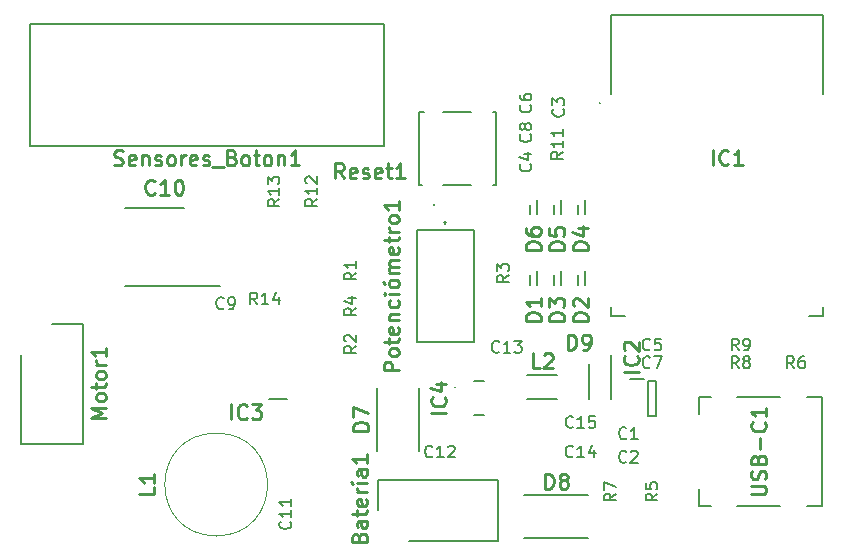
<source format=gbr>
%TF.GenerationSoftware,KiCad,Pcbnew,9.0.0*%
%TF.CreationDate,2025-02-26T09:32:18-04:00*%
%TF.ProjectId,PCB_Control_de_motor,5043425f-436f-46e7-9472-6f6c5f64655f,rev?*%
%TF.SameCoordinates,Original*%
%TF.FileFunction,Legend,Top*%
%TF.FilePolarity,Positive*%
%FSLAX46Y46*%
G04 Gerber Fmt 4.6, Leading zero omitted, Abs format (unit mm)*
G04 Created by KiCad (PCBNEW 9.0.0) date 2025-02-26 09:32:18*
%MOMM*%
%LPD*%
G01*
G04 APERTURE LIST*
%ADD10C,0.254000*%
%ADD11C,0.150000*%
%ADD12C,0.200000*%
%ADD13C,0.100000*%
G04 APERTURE END LIST*
D10*
X182394318Y-111628571D02*
X183422413Y-111628571D01*
X183422413Y-111628571D02*
X183543365Y-111568094D01*
X183543365Y-111568094D02*
X183603842Y-111507618D01*
X183603842Y-111507618D02*
X183664318Y-111386666D01*
X183664318Y-111386666D02*
X183664318Y-111144761D01*
X183664318Y-111144761D02*
X183603842Y-111023809D01*
X183603842Y-111023809D02*
X183543365Y-110963332D01*
X183543365Y-110963332D02*
X183422413Y-110902856D01*
X183422413Y-110902856D02*
X182394318Y-110902856D01*
X183603842Y-110358571D02*
X183664318Y-110177142D01*
X183664318Y-110177142D02*
X183664318Y-109874761D01*
X183664318Y-109874761D02*
X183603842Y-109753809D01*
X183603842Y-109753809D02*
X183543365Y-109693333D01*
X183543365Y-109693333D02*
X183422413Y-109632856D01*
X183422413Y-109632856D02*
X183301461Y-109632856D01*
X183301461Y-109632856D02*
X183180508Y-109693333D01*
X183180508Y-109693333D02*
X183120032Y-109753809D01*
X183120032Y-109753809D02*
X183059556Y-109874761D01*
X183059556Y-109874761D02*
X182999080Y-110116666D01*
X182999080Y-110116666D02*
X182938603Y-110237618D01*
X182938603Y-110237618D02*
X182878127Y-110298095D01*
X182878127Y-110298095D02*
X182757175Y-110358571D01*
X182757175Y-110358571D02*
X182636222Y-110358571D01*
X182636222Y-110358571D02*
X182515270Y-110298095D01*
X182515270Y-110298095D02*
X182454794Y-110237618D01*
X182454794Y-110237618D02*
X182394318Y-110116666D01*
X182394318Y-110116666D02*
X182394318Y-109814285D01*
X182394318Y-109814285D02*
X182454794Y-109632856D01*
X182999080Y-108665237D02*
X183059556Y-108483809D01*
X183059556Y-108483809D02*
X183120032Y-108423332D01*
X183120032Y-108423332D02*
X183240984Y-108362856D01*
X183240984Y-108362856D02*
X183422413Y-108362856D01*
X183422413Y-108362856D02*
X183543365Y-108423332D01*
X183543365Y-108423332D02*
X183603842Y-108483809D01*
X183603842Y-108483809D02*
X183664318Y-108604761D01*
X183664318Y-108604761D02*
X183664318Y-109088571D01*
X183664318Y-109088571D02*
X182394318Y-109088571D01*
X182394318Y-109088571D02*
X182394318Y-108665237D01*
X182394318Y-108665237D02*
X182454794Y-108544285D01*
X182454794Y-108544285D02*
X182515270Y-108483809D01*
X182515270Y-108483809D02*
X182636222Y-108423332D01*
X182636222Y-108423332D02*
X182757175Y-108423332D01*
X182757175Y-108423332D02*
X182878127Y-108483809D01*
X182878127Y-108483809D02*
X182938603Y-108544285D01*
X182938603Y-108544285D02*
X182999080Y-108665237D01*
X182999080Y-108665237D02*
X182999080Y-109088571D01*
X183180508Y-107818571D02*
X183180508Y-106850952D01*
X183543365Y-105520475D02*
X183603842Y-105580951D01*
X183603842Y-105580951D02*
X183664318Y-105762380D01*
X183664318Y-105762380D02*
X183664318Y-105883332D01*
X183664318Y-105883332D02*
X183603842Y-106064761D01*
X183603842Y-106064761D02*
X183482889Y-106185713D01*
X183482889Y-106185713D02*
X183361937Y-106246190D01*
X183361937Y-106246190D02*
X183120032Y-106306666D01*
X183120032Y-106306666D02*
X182938603Y-106306666D01*
X182938603Y-106306666D02*
X182696699Y-106246190D01*
X182696699Y-106246190D02*
X182575746Y-106185713D01*
X182575746Y-106185713D02*
X182454794Y-106064761D01*
X182454794Y-106064761D02*
X182394318Y-105883332D01*
X182394318Y-105883332D02*
X182394318Y-105762380D01*
X182394318Y-105762380D02*
X182454794Y-105580951D01*
X182454794Y-105580951D02*
X182515270Y-105520475D01*
X183664318Y-104310951D02*
X183664318Y-105036666D01*
X183664318Y-104673809D02*
X182394318Y-104673809D01*
X182394318Y-104673809D02*
X182575746Y-104794761D01*
X182575746Y-104794761D02*
X182696699Y-104915713D01*
X182696699Y-104915713D02*
X182757175Y-105036666D01*
D11*
X140567142Y-95554819D02*
X140233809Y-95078628D01*
X139995714Y-95554819D02*
X139995714Y-94554819D01*
X139995714Y-94554819D02*
X140376666Y-94554819D01*
X140376666Y-94554819D02*
X140471904Y-94602438D01*
X140471904Y-94602438D02*
X140519523Y-94650057D01*
X140519523Y-94650057D02*
X140567142Y-94745295D01*
X140567142Y-94745295D02*
X140567142Y-94888152D01*
X140567142Y-94888152D02*
X140519523Y-94983390D01*
X140519523Y-94983390D02*
X140471904Y-95031009D01*
X140471904Y-95031009D02*
X140376666Y-95078628D01*
X140376666Y-95078628D02*
X139995714Y-95078628D01*
X141519523Y-95554819D02*
X140948095Y-95554819D01*
X141233809Y-95554819D02*
X141233809Y-94554819D01*
X141233809Y-94554819D02*
X141138571Y-94697676D01*
X141138571Y-94697676D02*
X141043333Y-94792914D01*
X141043333Y-94792914D02*
X140948095Y-94840533D01*
X142376666Y-94888152D02*
X142376666Y-95554819D01*
X142138571Y-94507200D02*
X141900476Y-95221485D01*
X141900476Y-95221485D02*
X142519523Y-95221485D01*
D10*
X179140237Y-83744318D02*
X179140237Y-82474318D01*
X180470714Y-83623365D02*
X180410238Y-83683842D01*
X180410238Y-83683842D02*
X180228809Y-83744318D01*
X180228809Y-83744318D02*
X180107857Y-83744318D01*
X180107857Y-83744318D02*
X179926428Y-83683842D01*
X179926428Y-83683842D02*
X179805476Y-83562889D01*
X179805476Y-83562889D02*
X179744999Y-83441937D01*
X179744999Y-83441937D02*
X179684523Y-83200032D01*
X179684523Y-83200032D02*
X179684523Y-83018603D01*
X179684523Y-83018603D02*
X179744999Y-82776699D01*
X179744999Y-82776699D02*
X179805476Y-82655746D01*
X179805476Y-82655746D02*
X179926428Y-82534794D01*
X179926428Y-82534794D02*
X180107857Y-82474318D01*
X180107857Y-82474318D02*
X180228809Y-82474318D01*
X180228809Y-82474318D02*
X180410238Y-82534794D01*
X180410238Y-82534794D02*
X180470714Y-82595270D01*
X181680238Y-83744318D02*
X180954523Y-83744318D01*
X181317380Y-83744318D02*
X181317380Y-82474318D01*
X181317380Y-82474318D02*
X181196428Y-82655746D01*
X181196428Y-82655746D02*
X181075476Y-82776699D01*
X181075476Y-82776699D02*
X180954523Y-82837175D01*
D11*
X174454819Y-111576666D02*
X173978628Y-111909999D01*
X174454819Y-112148094D02*
X173454819Y-112148094D01*
X173454819Y-112148094D02*
X173454819Y-111767142D01*
X173454819Y-111767142D02*
X173502438Y-111671904D01*
X173502438Y-111671904D02*
X173550057Y-111624285D01*
X173550057Y-111624285D02*
X173645295Y-111576666D01*
X173645295Y-111576666D02*
X173788152Y-111576666D01*
X173788152Y-111576666D02*
X173883390Y-111624285D01*
X173883390Y-111624285D02*
X173931009Y-111671904D01*
X173931009Y-111671904D02*
X173978628Y-111767142D01*
X173978628Y-111767142D02*
X173978628Y-112148094D01*
X173454819Y-110671904D02*
X173454819Y-111148094D01*
X173454819Y-111148094D02*
X173931009Y-111195713D01*
X173931009Y-111195713D02*
X173883390Y-111148094D01*
X173883390Y-111148094D02*
X173835771Y-111052856D01*
X173835771Y-111052856D02*
X173835771Y-110814761D01*
X173835771Y-110814761D02*
X173883390Y-110719523D01*
X173883390Y-110719523D02*
X173931009Y-110671904D01*
X173931009Y-110671904D02*
X174026247Y-110624285D01*
X174026247Y-110624285D02*
X174264342Y-110624285D01*
X174264342Y-110624285D02*
X174359580Y-110671904D01*
X174359580Y-110671904D02*
X174407200Y-110719523D01*
X174407200Y-110719523D02*
X174454819Y-110814761D01*
X174454819Y-110814761D02*
X174454819Y-111052856D01*
X174454819Y-111052856D02*
X174407200Y-111148094D01*
X174407200Y-111148094D02*
X174359580Y-111195713D01*
X148954819Y-92866666D02*
X148478628Y-93199999D01*
X148954819Y-93438094D02*
X147954819Y-93438094D01*
X147954819Y-93438094D02*
X147954819Y-93057142D01*
X147954819Y-93057142D02*
X148002438Y-92961904D01*
X148002438Y-92961904D02*
X148050057Y-92914285D01*
X148050057Y-92914285D02*
X148145295Y-92866666D01*
X148145295Y-92866666D02*
X148288152Y-92866666D01*
X148288152Y-92866666D02*
X148383390Y-92914285D01*
X148383390Y-92914285D02*
X148431009Y-92961904D01*
X148431009Y-92961904D02*
X148478628Y-93057142D01*
X148478628Y-93057142D02*
X148478628Y-93438094D01*
X148954819Y-91914285D02*
X148954819Y-92485713D01*
X148954819Y-92199999D02*
X147954819Y-92199999D01*
X147954819Y-92199999D02*
X148097676Y-92295237D01*
X148097676Y-92295237D02*
X148192914Y-92390475D01*
X148192914Y-92390475D02*
X148240533Y-92485713D01*
D10*
X138372237Y-105274318D02*
X138372237Y-104004318D01*
X139702714Y-105153365D02*
X139642238Y-105213842D01*
X139642238Y-105213842D02*
X139460809Y-105274318D01*
X139460809Y-105274318D02*
X139339857Y-105274318D01*
X139339857Y-105274318D02*
X139158428Y-105213842D01*
X139158428Y-105213842D02*
X139037476Y-105092889D01*
X139037476Y-105092889D02*
X138976999Y-104971937D01*
X138976999Y-104971937D02*
X138916523Y-104730032D01*
X138916523Y-104730032D02*
X138916523Y-104548603D01*
X138916523Y-104548603D02*
X138976999Y-104306699D01*
X138976999Y-104306699D02*
X139037476Y-104185746D01*
X139037476Y-104185746D02*
X139158428Y-104064794D01*
X139158428Y-104064794D02*
X139339857Y-104004318D01*
X139339857Y-104004318D02*
X139460809Y-104004318D01*
X139460809Y-104004318D02*
X139642238Y-104064794D01*
X139642238Y-104064794D02*
X139702714Y-104125270D01*
X140126047Y-104004318D02*
X140912238Y-104004318D01*
X140912238Y-104004318D02*
X140488904Y-104488127D01*
X140488904Y-104488127D02*
X140670333Y-104488127D01*
X140670333Y-104488127D02*
X140791285Y-104548603D01*
X140791285Y-104548603D02*
X140851761Y-104609080D01*
X140851761Y-104609080D02*
X140912238Y-104730032D01*
X140912238Y-104730032D02*
X140912238Y-105032413D01*
X140912238Y-105032413D02*
X140851761Y-105153365D01*
X140851761Y-105153365D02*
X140791285Y-105213842D01*
X140791285Y-105213842D02*
X140670333Y-105274318D01*
X140670333Y-105274318D02*
X140307476Y-105274318D01*
X140307476Y-105274318D02*
X140186523Y-105213842D01*
X140186523Y-105213842D02*
X140126047Y-105153365D01*
D11*
X166479580Y-79026666D02*
X166527200Y-79074285D01*
X166527200Y-79074285D02*
X166574819Y-79217142D01*
X166574819Y-79217142D02*
X166574819Y-79312380D01*
X166574819Y-79312380D02*
X166527200Y-79455237D01*
X166527200Y-79455237D02*
X166431961Y-79550475D01*
X166431961Y-79550475D02*
X166336723Y-79598094D01*
X166336723Y-79598094D02*
X166146247Y-79645713D01*
X166146247Y-79645713D02*
X166003390Y-79645713D01*
X166003390Y-79645713D02*
X165812914Y-79598094D01*
X165812914Y-79598094D02*
X165717676Y-79550475D01*
X165717676Y-79550475D02*
X165622438Y-79455237D01*
X165622438Y-79455237D02*
X165574819Y-79312380D01*
X165574819Y-79312380D02*
X165574819Y-79217142D01*
X165574819Y-79217142D02*
X165622438Y-79074285D01*
X165622438Y-79074285D02*
X165670057Y-79026666D01*
X165574819Y-78693332D02*
X165574819Y-78074285D01*
X165574819Y-78074285D02*
X165955771Y-78407618D01*
X165955771Y-78407618D02*
X165955771Y-78264761D01*
X165955771Y-78264761D02*
X166003390Y-78169523D01*
X166003390Y-78169523D02*
X166051009Y-78121904D01*
X166051009Y-78121904D02*
X166146247Y-78074285D01*
X166146247Y-78074285D02*
X166384342Y-78074285D01*
X166384342Y-78074285D02*
X166479580Y-78121904D01*
X166479580Y-78121904D02*
X166527200Y-78169523D01*
X166527200Y-78169523D02*
X166574819Y-78264761D01*
X166574819Y-78264761D02*
X166574819Y-78550475D01*
X166574819Y-78550475D02*
X166527200Y-78645713D01*
X166527200Y-78645713D02*
X166479580Y-78693332D01*
D10*
X168574318Y-90937381D02*
X167304318Y-90937381D01*
X167304318Y-90937381D02*
X167304318Y-90635000D01*
X167304318Y-90635000D02*
X167364794Y-90453571D01*
X167364794Y-90453571D02*
X167485746Y-90332619D01*
X167485746Y-90332619D02*
X167606699Y-90272142D01*
X167606699Y-90272142D02*
X167848603Y-90211666D01*
X167848603Y-90211666D02*
X168030032Y-90211666D01*
X168030032Y-90211666D02*
X168271937Y-90272142D01*
X168271937Y-90272142D02*
X168392889Y-90332619D01*
X168392889Y-90332619D02*
X168513842Y-90453571D01*
X168513842Y-90453571D02*
X168574318Y-90635000D01*
X168574318Y-90635000D02*
X168574318Y-90937381D01*
X167727651Y-89123095D02*
X168574318Y-89123095D01*
X167243842Y-89425476D02*
X168150984Y-89727857D01*
X168150984Y-89727857D02*
X168150984Y-88941666D01*
D11*
X171833333Y-108859580D02*
X171785714Y-108907200D01*
X171785714Y-108907200D02*
X171642857Y-108954819D01*
X171642857Y-108954819D02*
X171547619Y-108954819D01*
X171547619Y-108954819D02*
X171404762Y-108907200D01*
X171404762Y-108907200D02*
X171309524Y-108811961D01*
X171309524Y-108811961D02*
X171261905Y-108716723D01*
X171261905Y-108716723D02*
X171214286Y-108526247D01*
X171214286Y-108526247D02*
X171214286Y-108383390D01*
X171214286Y-108383390D02*
X171261905Y-108192914D01*
X171261905Y-108192914D02*
X171309524Y-108097676D01*
X171309524Y-108097676D02*
X171404762Y-108002438D01*
X171404762Y-108002438D02*
X171547619Y-107954819D01*
X171547619Y-107954819D02*
X171642857Y-107954819D01*
X171642857Y-107954819D02*
X171785714Y-108002438D01*
X171785714Y-108002438D02*
X171833333Y-108050057D01*
X172214286Y-108050057D02*
X172261905Y-108002438D01*
X172261905Y-108002438D02*
X172357143Y-107954819D01*
X172357143Y-107954819D02*
X172595238Y-107954819D01*
X172595238Y-107954819D02*
X172690476Y-108002438D01*
X172690476Y-108002438D02*
X172738095Y-108050057D01*
X172738095Y-108050057D02*
X172785714Y-108145295D01*
X172785714Y-108145295D02*
X172785714Y-108240533D01*
X172785714Y-108240533D02*
X172738095Y-108383390D01*
X172738095Y-108383390D02*
X172166667Y-108954819D01*
X172166667Y-108954819D02*
X172785714Y-108954819D01*
X142454819Y-86642857D02*
X141978628Y-86976190D01*
X142454819Y-87214285D02*
X141454819Y-87214285D01*
X141454819Y-87214285D02*
X141454819Y-86833333D01*
X141454819Y-86833333D02*
X141502438Y-86738095D01*
X141502438Y-86738095D02*
X141550057Y-86690476D01*
X141550057Y-86690476D02*
X141645295Y-86642857D01*
X141645295Y-86642857D02*
X141788152Y-86642857D01*
X141788152Y-86642857D02*
X141883390Y-86690476D01*
X141883390Y-86690476D02*
X141931009Y-86738095D01*
X141931009Y-86738095D02*
X141978628Y-86833333D01*
X141978628Y-86833333D02*
X141978628Y-87214285D01*
X142454819Y-85690476D02*
X142454819Y-86261904D01*
X142454819Y-85976190D02*
X141454819Y-85976190D01*
X141454819Y-85976190D02*
X141597676Y-86071428D01*
X141597676Y-86071428D02*
X141692914Y-86166666D01*
X141692914Y-86166666D02*
X141740533Y-86261904D01*
X141454819Y-85357142D02*
X141454819Y-84738095D01*
X141454819Y-84738095D02*
X141835771Y-85071428D01*
X141835771Y-85071428D02*
X141835771Y-84928571D01*
X141835771Y-84928571D02*
X141883390Y-84833333D01*
X141883390Y-84833333D02*
X141931009Y-84785714D01*
X141931009Y-84785714D02*
X142026247Y-84738095D01*
X142026247Y-84738095D02*
X142264342Y-84738095D01*
X142264342Y-84738095D02*
X142359580Y-84785714D01*
X142359580Y-84785714D02*
X142407200Y-84833333D01*
X142407200Y-84833333D02*
X142454819Y-84928571D01*
X142454819Y-84928571D02*
X142454819Y-85214285D01*
X142454819Y-85214285D02*
X142407200Y-85309523D01*
X142407200Y-85309523D02*
X142359580Y-85357142D01*
X170954819Y-111576666D02*
X170478628Y-111909999D01*
X170954819Y-112148094D02*
X169954819Y-112148094D01*
X169954819Y-112148094D02*
X169954819Y-111767142D01*
X169954819Y-111767142D02*
X170002438Y-111671904D01*
X170002438Y-111671904D02*
X170050057Y-111624285D01*
X170050057Y-111624285D02*
X170145295Y-111576666D01*
X170145295Y-111576666D02*
X170288152Y-111576666D01*
X170288152Y-111576666D02*
X170383390Y-111624285D01*
X170383390Y-111624285D02*
X170431009Y-111671904D01*
X170431009Y-111671904D02*
X170478628Y-111767142D01*
X170478628Y-111767142D02*
X170478628Y-112148094D01*
X169954819Y-111243332D02*
X169954819Y-110576666D01*
X169954819Y-110576666D02*
X170954819Y-111005237D01*
D10*
X149974318Y-106237381D02*
X148704318Y-106237381D01*
X148704318Y-106237381D02*
X148704318Y-105935000D01*
X148704318Y-105935000D02*
X148764794Y-105753571D01*
X148764794Y-105753571D02*
X148885746Y-105632619D01*
X148885746Y-105632619D02*
X149006699Y-105572142D01*
X149006699Y-105572142D02*
X149248603Y-105511666D01*
X149248603Y-105511666D02*
X149430032Y-105511666D01*
X149430032Y-105511666D02*
X149671937Y-105572142D01*
X149671937Y-105572142D02*
X149792889Y-105632619D01*
X149792889Y-105632619D02*
X149913842Y-105753571D01*
X149913842Y-105753571D02*
X149974318Y-105935000D01*
X149974318Y-105935000D02*
X149974318Y-106237381D01*
X148704318Y-105088333D02*
X148704318Y-104241666D01*
X148704318Y-104241666D02*
X149974318Y-104785952D01*
X166862618Y-99374318D02*
X166862618Y-98104318D01*
X166862618Y-98104318D02*
X167164999Y-98104318D01*
X167164999Y-98104318D02*
X167346428Y-98164794D01*
X167346428Y-98164794D02*
X167467380Y-98285746D01*
X167467380Y-98285746D02*
X167527857Y-98406699D01*
X167527857Y-98406699D02*
X167588333Y-98648603D01*
X167588333Y-98648603D02*
X167588333Y-98830032D01*
X167588333Y-98830032D02*
X167527857Y-99071937D01*
X167527857Y-99071937D02*
X167467380Y-99192889D01*
X167467380Y-99192889D02*
X167346428Y-99313842D01*
X167346428Y-99313842D02*
X167164999Y-99374318D01*
X167164999Y-99374318D02*
X166862618Y-99374318D01*
X168193095Y-99374318D02*
X168434999Y-99374318D01*
X168434999Y-99374318D02*
X168555952Y-99313842D01*
X168555952Y-99313842D02*
X168616428Y-99253365D01*
X168616428Y-99253365D02*
X168737380Y-99071937D01*
X168737380Y-99071937D02*
X168797857Y-98830032D01*
X168797857Y-98830032D02*
X168797857Y-98346222D01*
X168797857Y-98346222D02*
X168737380Y-98225270D01*
X168737380Y-98225270D02*
X168676904Y-98164794D01*
X168676904Y-98164794D02*
X168555952Y-98104318D01*
X168555952Y-98104318D02*
X168314047Y-98104318D01*
X168314047Y-98104318D02*
X168193095Y-98164794D01*
X168193095Y-98164794D02*
X168132618Y-98225270D01*
X168132618Y-98225270D02*
X168072142Y-98346222D01*
X168072142Y-98346222D02*
X168072142Y-98648603D01*
X168072142Y-98648603D02*
X168132618Y-98769556D01*
X168132618Y-98769556D02*
X168193095Y-98830032D01*
X168193095Y-98830032D02*
X168314047Y-98890508D01*
X168314047Y-98890508D02*
X168555952Y-98890508D01*
X168555952Y-98890508D02*
X168676904Y-98830032D01*
X168676904Y-98830032D02*
X168737380Y-98769556D01*
X168737380Y-98769556D02*
X168797857Y-98648603D01*
D11*
X155407142Y-108409580D02*
X155359523Y-108457200D01*
X155359523Y-108457200D02*
X155216666Y-108504819D01*
X155216666Y-108504819D02*
X155121428Y-108504819D01*
X155121428Y-108504819D02*
X154978571Y-108457200D01*
X154978571Y-108457200D02*
X154883333Y-108361961D01*
X154883333Y-108361961D02*
X154835714Y-108266723D01*
X154835714Y-108266723D02*
X154788095Y-108076247D01*
X154788095Y-108076247D02*
X154788095Y-107933390D01*
X154788095Y-107933390D02*
X154835714Y-107742914D01*
X154835714Y-107742914D02*
X154883333Y-107647676D01*
X154883333Y-107647676D02*
X154978571Y-107552438D01*
X154978571Y-107552438D02*
X155121428Y-107504819D01*
X155121428Y-107504819D02*
X155216666Y-107504819D01*
X155216666Y-107504819D02*
X155359523Y-107552438D01*
X155359523Y-107552438D02*
X155407142Y-107600057D01*
X156359523Y-108504819D02*
X155788095Y-108504819D01*
X156073809Y-108504819D02*
X156073809Y-107504819D01*
X156073809Y-107504819D02*
X155978571Y-107647676D01*
X155978571Y-107647676D02*
X155883333Y-107742914D01*
X155883333Y-107742914D02*
X155788095Y-107790533D01*
X156740476Y-107600057D02*
X156788095Y-107552438D01*
X156788095Y-107552438D02*
X156883333Y-107504819D01*
X156883333Y-107504819D02*
X157121428Y-107504819D01*
X157121428Y-107504819D02*
X157216666Y-107552438D01*
X157216666Y-107552438D02*
X157264285Y-107600057D01*
X157264285Y-107600057D02*
X157311904Y-107695295D01*
X157311904Y-107695295D02*
X157311904Y-107790533D01*
X157311904Y-107790533D02*
X157264285Y-107933390D01*
X157264285Y-107933390D02*
X156692857Y-108504819D01*
X156692857Y-108504819D02*
X157311904Y-108504819D01*
X148954819Y-99066666D02*
X148478628Y-99399999D01*
X148954819Y-99638094D02*
X147954819Y-99638094D01*
X147954819Y-99638094D02*
X147954819Y-99257142D01*
X147954819Y-99257142D02*
X148002438Y-99161904D01*
X148002438Y-99161904D02*
X148050057Y-99114285D01*
X148050057Y-99114285D02*
X148145295Y-99066666D01*
X148145295Y-99066666D02*
X148288152Y-99066666D01*
X148288152Y-99066666D02*
X148383390Y-99114285D01*
X148383390Y-99114285D02*
X148431009Y-99161904D01*
X148431009Y-99161904D02*
X148478628Y-99257142D01*
X148478628Y-99257142D02*
X148478628Y-99638094D01*
X148050057Y-98685713D02*
X148002438Y-98638094D01*
X148002438Y-98638094D02*
X147954819Y-98542856D01*
X147954819Y-98542856D02*
X147954819Y-98304761D01*
X147954819Y-98304761D02*
X148002438Y-98209523D01*
X148002438Y-98209523D02*
X148050057Y-98161904D01*
X148050057Y-98161904D02*
X148145295Y-98114285D01*
X148145295Y-98114285D02*
X148240533Y-98114285D01*
X148240533Y-98114285D02*
X148383390Y-98161904D01*
X148383390Y-98161904D02*
X148954819Y-98733332D01*
X148954819Y-98733332D02*
X148954819Y-98114285D01*
X181333333Y-99454819D02*
X181000000Y-98978628D01*
X180761905Y-99454819D02*
X180761905Y-98454819D01*
X180761905Y-98454819D02*
X181142857Y-98454819D01*
X181142857Y-98454819D02*
X181238095Y-98502438D01*
X181238095Y-98502438D02*
X181285714Y-98550057D01*
X181285714Y-98550057D02*
X181333333Y-98645295D01*
X181333333Y-98645295D02*
X181333333Y-98788152D01*
X181333333Y-98788152D02*
X181285714Y-98883390D01*
X181285714Y-98883390D02*
X181238095Y-98931009D01*
X181238095Y-98931009D02*
X181142857Y-98978628D01*
X181142857Y-98978628D02*
X180761905Y-98978628D01*
X181809524Y-99454819D02*
X182000000Y-99454819D01*
X182000000Y-99454819D02*
X182095238Y-99407200D01*
X182095238Y-99407200D02*
X182142857Y-99359580D01*
X182142857Y-99359580D02*
X182238095Y-99216723D01*
X182238095Y-99216723D02*
X182285714Y-99026247D01*
X182285714Y-99026247D02*
X182285714Y-98645295D01*
X182285714Y-98645295D02*
X182238095Y-98550057D01*
X182238095Y-98550057D02*
X182190476Y-98502438D01*
X182190476Y-98502438D02*
X182095238Y-98454819D01*
X182095238Y-98454819D02*
X181904762Y-98454819D01*
X181904762Y-98454819D02*
X181809524Y-98502438D01*
X181809524Y-98502438D02*
X181761905Y-98550057D01*
X181761905Y-98550057D02*
X181714286Y-98645295D01*
X181714286Y-98645295D02*
X181714286Y-98883390D01*
X181714286Y-98883390D02*
X181761905Y-98978628D01*
X181761905Y-98978628D02*
X181809524Y-99026247D01*
X181809524Y-99026247D02*
X181904762Y-99073866D01*
X181904762Y-99073866D02*
X182095238Y-99073866D01*
X182095238Y-99073866D02*
X182190476Y-99026247D01*
X182190476Y-99026247D02*
X182238095Y-98978628D01*
X182238095Y-98978628D02*
X182285714Y-98883390D01*
X161864819Y-93076666D02*
X161388628Y-93409999D01*
X161864819Y-93648094D02*
X160864819Y-93648094D01*
X160864819Y-93648094D02*
X160864819Y-93267142D01*
X160864819Y-93267142D02*
X160912438Y-93171904D01*
X160912438Y-93171904D02*
X160960057Y-93124285D01*
X160960057Y-93124285D02*
X161055295Y-93076666D01*
X161055295Y-93076666D02*
X161198152Y-93076666D01*
X161198152Y-93076666D02*
X161293390Y-93124285D01*
X161293390Y-93124285D02*
X161341009Y-93171904D01*
X161341009Y-93171904D02*
X161388628Y-93267142D01*
X161388628Y-93267142D02*
X161388628Y-93648094D01*
X160864819Y-92743332D02*
X160864819Y-92124285D01*
X160864819Y-92124285D02*
X161245771Y-92457618D01*
X161245771Y-92457618D02*
X161245771Y-92314761D01*
X161245771Y-92314761D02*
X161293390Y-92219523D01*
X161293390Y-92219523D02*
X161341009Y-92171904D01*
X161341009Y-92171904D02*
X161436247Y-92124285D01*
X161436247Y-92124285D02*
X161674342Y-92124285D01*
X161674342Y-92124285D02*
X161769580Y-92171904D01*
X161769580Y-92171904D02*
X161817200Y-92219523D01*
X161817200Y-92219523D02*
X161864819Y-92314761D01*
X161864819Y-92314761D02*
X161864819Y-92600475D01*
X161864819Y-92600475D02*
X161817200Y-92695713D01*
X161817200Y-92695713D02*
X161769580Y-92743332D01*
X163699580Y-83666666D02*
X163747200Y-83714285D01*
X163747200Y-83714285D02*
X163794819Y-83857142D01*
X163794819Y-83857142D02*
X163794819Y-83952380D01*
X163794819Y-83952380D02*
X163747200Y-84095237D01*
X163747200Y-84095237D02*
X163651961Y-84190475D01*
X163651961Y-84190475D02*
X163556723Y-84238094D01*
X163556723Y-84238094D02*
X163366247Y-84285713D01*
X163366247Y-84285713D02*
X163223390Y-84285713D01*
X163223390Y-84285713D02*
X163032914Y-84238094D01*
X163032914Y-84238094D02*
X162937676Y-84190475D01*
X162937676Y-84190475D02*
X162842438Y-84095237D01*
X162842438Y-84095237D02*
X162794819Y-83952380D01*
X162794819Y-83952380D02*
X162794819Y-83857142D01*
X162794819Y-83857142D02*
X162842438Y-83714285D01*
X162842438Y-83714285D02*
X162890057Y-83666666D01*
X163128152Y-82809523D02*
X163794819Y-82809523D01*
X162747200Y-83047618D02*
X163461485Y-83285713D01*
X163461485Y-83285713D02*
X163461485Y-82666666D01*
D10*
X127774318Y-105133095D02*
X126504318Y-105133095D01*
X126504318Y-105133095D02*
X127411461Y-104709761D01*
X127411461Y-104709761D02*
X126504318Y-104286428D01*
X126504318Y-104286428D02*
X127774318Y-104286428D01*
X127774318Y-103500237D02*
X127713842Y-103621189D01*
X127713842Y-103621189D02*
X127653365Y-103681666D01*
X127653365Y-103681666D02*
X127532413Y-103742142D01*
X127532413Y-103742142D02*
X127169556Y-103742142D01*
X127169556Y-103742142D02*
X127048603Y-103681666D01*
X127048603Y-103681666D02*
X126988127Y-103621189D01*
X126988127Y-103621189D02*
X126927651Y-103500237D01*
X126927651Y-103500237D02*
X126927651Y-103318808D01*
X126927651Y-103318808D02*
X126988127Y-103197856D01*
X126988127Y-103197856D02*
X127048603Y-103137380D01*
X127048603Y-103137380D02*
X127169556Y-103076904D01*
X127169556Y-103076904D02*
X127532413Y-103076904D01*
X127532413Y-103076904D02*
X127653365Y-103137380D01*
X127653365Y-103137380D02*
X127713842Y-103197856D01*
X127713842Y-103197856D02*
X127774318Y-103318808D01*
X127774318Y-103318808D02*
X127774318Y-103500237D01*
X126927651Y-102714046D02*
X126927651Y-102230237D01*
X126504318Y-102532618D02*
X127592889Y-102532618D01*
X127592889Y-102532618D02*
X127713842Y-102472141D01*
X127713842Y-102472141D02*
X127774318Y-102351189D01*
X127774318Y-102351189D02*
X127774318Y-102230237D01*
X127774318Y-101625475D02*
X127713842Y-101746427D01*
X127713842Y-101746427D02*
X127653365Y-101806904D01*
X127653365Y-101806904D02*
X127532413Y-101867380D01*
X127532413Y-101867380D02*
X127169556Y-101867380D01*
X127169556Y-101867380D02*
X127048603Y-101806904D01*
X127048603Y-101806904D02*
X126988127Y-101746427D01*
X126988127Y-101746427D02*
X126927651Y-101625475D01*
X126927651Y-101625475D02*
X126927651Y-101444046D01*
X126927651Y-101444046D02*
X126988127Y-101323094D01*
X126988127Y-101323094D02*
X127048603Y-101262618D01*
X127048603Y-101262618D02*
X127169556Y-101202142D01*
X127169556Y-101202142D02*
X127532413Y-101202142D01*
X127532413Y-101202142D02*
X127653365Y-101262618D01*
X127653365Y-101262618D02*
X127713842Y-101323094D01*
X127713842Y-101323094D02*
X127774318Y-101444046D01*
X127774318Y-101444046D02*
X127774318Y-101625475D01*
X127774318Y-100657856D02*
X126927651Y-100657856D01*
X127169556Y-100657856D02*
X127048603Y-100597379D01*
X127048603Y-100597379D02*
X126988127Y-100536903D01*
X126988127Y-100536903D02*
X126927651Y-100415951D01*
X126927651Y-100415951D02*
X126927651Y-100294998D01*
X127774318Y-99206427D02*
X127774318Y-99932142D01*
X127774318Y-99569285D02*
X126504318Y-99569285D01*
X126504318Y-99569285D02*
X126685746Y-99690237D01*
X126685746Y-99690237D02*
X126806699Y-99811189D01*
X126806699Y-99811189D02*
X126867175Y-99932142D01*
X168574318Y-96937381D02*
X167304318Y-96937381D01*
X167304318Y-96937381D02*
X167304318Y-96635000D01*
X167304318Y-96635000D02*
X167364794Y-96453571D01*
X167364794Y-96453571D02*
X167485746Y-96332619D01*
X167485746Y-96332619D02*
X167606699Y-96272142D01*
X167606699Y-96272142D02*
X167848603Y-96211666D01*
X167848603Y-96211666D02*
X168030032Y-96211666D01*
X168030032Y-96211666D02*
X168271937Y-96272142D01*
X168271937Y-96272142D02*
X168392889Y-96332619D01*
X168392889Y-96332619D02*
X168513842Y-96453571D01*
X168513842Y-96453571D02*
X168574318Y-96635000D01*
X168574318Y-96635000D02*
X168574318Y-96937381D01*
X167425270Y-95727857D02*
X167364794Y-95667381D01*
X167364794Y-95667381D02*
X167304318Y-95546428D01*
X167304318Y-95546428D02*
X167304318Y-95244047D01*
X167304318Y-95244047D02*
X167364794Y-95123095D01*
X167364794Y-95123095D02*
X167425270Y-95062619D01*
X167425270Y-95062619D02*
X167546222Y-95002142D01*
X167546222Y-95002142D02*
X167667175Y-95002142D01*
X167667175Y-95002142D02*
X167848603Y-95062619D01*
X167848603Y-95062619D02*
X168574318Y-95788333D01*
X168574318Y-95788333D02*
X168574318Y-95002142D01*
X147922858Y-84874318D02*
X147499524Y-84269556D01*
X147197143Y-84874318D02*
X147197143Y-83604318D01*
X147197143Y-83604318D02*
X147680953Y-83604318D01*
X147680953Y-83604318D02*
X147801905Y-83664794D01*
X147801905Y-83664794D02*
X147862382Y-83725270D01*
X147862382Y-83725270D02*
X147922858Y-83846222D01*
X147922858Y-83846222D02*
X147922858Y-84027651D01*
X147922858Y-84027651D02*
X147862382Y-84148603D01*
X147862382Y-84148603D02*
X147801905Y-84209080D01*
X147801905Y-84209080D02*
X147680953Y-84269556D01*
X147680953Y-84269556D02*
X147197143Y-84269556D01*
X148950953Y-84813842D02*
X148830001Y-84874318D01*
X148830001Y-84874318D02*
X148588096Y-84874318D01*
X148588096Y-84874318D02*
X148467143Y-84813842D01*
X148467143Y-84813842D02*
X148406667Y-84692889D01*
X148406667Y-84692889D02*
X148406667Y-84209080D01*
X148406667Y-84209080D02*
X148467143Y-84088127D01*
X148467143Y-84088127D02*
X148588096Y-84027651D01*
X148588096Y-84027651D02*
X148830001Y-84027651D01*
X148830001Y-84027651D02*
X148950953Y-84088127D01*
X148950953Y-84088127D02*
X149011429Y-84209080D01*
X149011429Y-84209080D02*
X149011429Y-84330032D01*
X149011429Y-84330032D02*
X148406667Y-84450984D01*
X149495238Y-84813842D02*
X149616191Y-84874318D01*
X149616191Y-84874318D02*
X149858095Y-84874318D01*
X149858095Y-84874318D02*
X149979048Y-84813842D01*
X149979048Y-84813842D02*
X150039524Y-84692889D01*
X150039524Y-84692889D02*
X150039524Y-84632413D01*
X150039524Y-84632413D02*
X149979048Y-84511461D01*
X149979048Y-84511461D02*
X149858095Y-84450984D01*
X149858095Y-84450984D02*
X149676667Y-84450984D01*
X149676667Y-84450984D02*
X149555714Y-84390508D01*
X149555714Y-84390508D02*
X149495238Y-84269556D01*
X149495238Y-84269556D02*
X149495238Y-84209080D01*
X149495238Y-84209080D02*
X149555714Y-84088127D01*
X149555714Y-84088127D02*
X149676667Y-84027651D01*
X149676667Y-84027651D02*
X149858095Y-84027651D01*
X149858095Y-84027651D02*
X149979048Y-84088127D01*
X151067619Y-84813842D02*
X150946667Y-84874318D01*
X150946667Y-84874318D02*
X150704762Y-84874318D01*
X150704762Y-84874318D02*
X150583809Y-84813842D01*
X150583809Y-84813842D02*
X150523333Y-84692889D01*
X150523333Y-84692889D02*
X150523333Y-84209080D01*
X150523333Y-84209080D02*
X150583809Y-84088127D01*
X150583809Y-84088127D02*
X150704762Y-84027651D01*
X150704762Y-84027651D02*
X150946667Y-84027651D01*
X150946667Y-84027651D02*
X151067619Y-84088127D01*
X151067619Y-84088127D02*
X151128095Y-84209080D01*
X151128095Y-84209080D02*
X151128095Y-84330032D01*
X151128095Y-84330032D02*
X150523333Y-84450984D01*
X151490952Y-84027651D02*
X151974761Y-84027651D01*
X151672380Y-83604318D02*
X151672380Y-84692889D01*
X151672380Y-84692889D02*
X151732857Y-84813842D01*
X151732857Y-84813842D02*
X151853809Y-84874318D01*
X151853809Y-84874318D02*
X151974761Y-84874318D01*
X153063333Y-84874318D02*
X152337618Y-84874318D01*
X152700475Y-84874318D02*
X152700475Y-83604318D01*
X152700475Y-83604318D02*
X152579523Y-83785746D01*
X152579523Y-83785746D02*
X152458571Y-83906699D01*
X152458571Y-83906699D02*
X152337618Y-83967175D01*
D11*
X167307142Y-105909580D02*
X167259523Y-105957200D01*
X167259523Y-105957200D02*
X167116666Y-106004819D01*
X167116666Y-106004819D02*
X167021428Y-106004819D01*
X167021428Y-106004819D02*
X166878571Y-105957200D01*
X166878571Y-105957200D02*
X166783333Y-105861961D01*
X166783333Y-105861961D02*
X166735714Y-105766723D01*
X166735714Y-105766723D02*
X166688095Y-105576247D01*
X166688095Y-105576247D02*
X166688095Y-105433390D01*
X166688095Y-105433390D02*
X166735714Y-105242914D01*
X166735714Y-105242914D02*
X166783333Y-105147676D01*
X166783333Y-105147676D02*
X166878571Y-105052438D01*
X166878571Y-105052438D02*
X167021428Y-105004819D01*
X167021428Y-105004819D02*
X167116666Y-105004819D01*
X167116666Y-105004819D02*
X167259523Y-105052438D01*
X167259523Y-105052438D02*
X167307142Y-105100057D01*
X168259523Y-106004819D02*
X167688095Y-106004819D01*
X167973809Y-106004819D02*
X167973809Y-105004819D01*
X167973809Y-105004819D02*
X167878571Y-105147676D01*
X167878571Y-105147676D02*
X167783333Y-105242914D01*
X167783333Y-105242914D02*
X167688095Y-105290533D01*
X169164285Y-105004819D02*
X168688095Y-105004819D01*
X168688095Y-105004819D02*
X168640476Y-105481009D01*
X168640476Y-105481009D02*
X168688095Y-105433390D01*
X168688095Y-105433390D02*
X168783333Y-105385771D01*
X168783333Y-105385771D02*
X169021428Y-105385771D01*
X169021428Y-105385771D02*
X169116666Y-105433390D01*
X169116666Y-105433390D02*
X169164285Y-105481009D01*
X169164285Y-105481009D02*
X169211904Y-105576247D01*
X169211904Y-105576247D02*
X169211904Y-105814342D01*
X169211904Y-105814342D02*
X169164285Y-105909580D01*
X169164285Y-105909580D02*
X169116666Y-105957200D01*
X169116666Y-105957200D02*
X169021428Y-106004819D01*
X169021428Y-106004819D02*
X168783333Y-106004819D01*
X168783333Y-106004819D02*
X168688095Y-105957200D01*
X168688095Y-105957200D02*
X168640476Y-105909580D01*
D10*
X152569318Y-101136190D02*
X151299318Y-101136190D01*
X151299318Y-101136190D02*
X151299318Y-100652380D01*
X151299318Y-100652380D02*
X151359794Y-100531428D01*
X151359794Y-100531428D02*
X151420270Y-100470951D01*
X151420270Y-100470951D02*
X151541222Y-100410475D01*
X151541222Y-100410475D02*
X151722651Y-100410475D01*
X151722651Y-100410475D02*
X151843603Y-100470951D01*
X151843603Y-100470951D02*
X151904080Y-100531428D01*
X151904080Y-100531428D02*
X151964556Y-100652380D01*
X151964556Y-100652380D02*
X151964556Y-101136190D01*
X152569318Y-99684761D02*
X152508842Y-99805713D01*
X152508842Y-99805713D02*
X152448365Y-99866190D01*
X152448365Y-99866190D02*
X152327413Y-99926666D01*
X152327413Y-99926666D02*
X151964556Y-99926666D01*
X151964556Y-99926666D02*
X151843603Y-99866190D01*
X151843603Y-99866190D02*
X151783127Y-99805713D01*
X151783127Y-99805713D02*
X151722651Y-99684761D01*
X151722651Y-99684761D02*
X151722651Y-99503332D01*
X151722651Y-99503332D02*
X151783127Y-99382380D01*
X151783127Y-99382380D02*
X151843603Y-99321904D01*
X151843603Y-99321904D02*
X151964556Y-99261428D01*
X151964556Y-99261428D02*
X152327413Y-99261428D01*
X152327413Y-99261428D02*
X152448365Y-99321904D01*
X152448365Y-99321904D02*
X152508842Y-99382380D01*
X152508842Y-99382380D02*
X152569318Y-99503332D01*
X152569318Y-99503332D02*
X152569318Y-99684761D01*
X151722651Y-98898570D02*
X151722651Y-98414761D01*
X151299318Y-98717142D02*
X152387889Y-98717142D01*
X152387889Y-98717142D02*
X152508842Y-98656665D01*
X152508842Y-98656665D02*
X152569318Y-98535713D01*
X152569318Y-98535713D02*
X152569318Y-98414761D01*
X152508842Y-97507618D02*
X152569318Y-97628570D01*
X152569318Y-97628570D02*
X152569318Y-97870475D01*
X152569318Y-97870475D02*
X152508842Y-97991428D01*
X152508842Y-97991428D02*
X152387889Y-98051904D01*
X152387889Y-98051904D02*
X151904080Y-98051904D01*
X151904080Y-98051904D02*
X151783127Y-97991428D01*
X151783127Y-97991428D02*
X151722651Y-97870475D01*
X151722651Y-97870475D02*
X151722651Y-97628570D01*
X151722651Y-97628570D02*
X151783127Y-97507618D01*
X151783127Y-97507618D02*
X151904080Y-97447142D01*
X151904080Y-97447142D02*
X152025032Y-97447142D01*
X152025032Y-97447142D02*
X152145984Y-98051904D01*
X151722651Y-96902857D02*
X152569318Y-96902857D01*
X151843603Y-96902857D02*
X151783127Y-96842380D01*
X151783127Y-96842380D02*
X151722651Y-96721428D01*
X151722651Y-96721428D02*
X151722651Y-96539999D01*
X151722651Y-96539999D02*
X151783127Y-96419047D01*
X151783127Y-96419047D02*
X151904080Y-96358571D01*
X151904080Y-96358571D02*
X152569318Y-96358571D01*
X152508842Y-95209523D02*
X152569318Y-95330475D01*
X152569318Y-95330475D02*
X152569318Y-95572380D01*
X152569318Y-95572380D02*
X152508842Y-95693332D01*
X152508842Y-95693332D02*
X152448365Y-95753809D01*
X152448365Y-95753809D02*
X152327413Y-95814285D01*
X152327413Y-95814285D02*
X151964556Y-95814285D01*
X151964556Y-95814285D02*
X151843603Y-95753809D01*
X151843603Y-95753809D02*
X151783127Y-95693332D01*
X151783127Y-95693332D02*
X151722651Y-95572380D01*
X151722651Y-95572380D02*
X151722651Y-95330475D01*
X151722651Y-95330475D02*
X151783127Y-95209523D01*
X152569318Y-94665238D02*
X151722651Y-94665238D01*
X151299318Y-94665238D02*
X151359794Y-94725714D01*
X151359794Y-94725714D02*
X151420270Y-94665238D01*
X151420270Y-94665238D02*
X151359794Y-94604761D01*
X151359794Y-94604761D02*
X151299318Y-94665238D01*
X151299318Y-94665238D02*
X151420270Y-94665238D01*
X152569318Y-93879047D02*
X152508842Y-93999999D01*
X152508842Y-93999999D02*
X152448365Y-94060476D01*
X152448365Y-94060476D02*
X152327413Y-94120952D01*
X152327413Y-94120952D02*
X151964556Y-94120952D01*
X151964556Y-94120952D02*
X151843603Y-94060476D01*
X151843603Y-94060476D02*
X151783127Y-93999999D01*
X151783127Y-93999999D02*
X151722651Y-93879047D01*
X151722651Y-93879047D02*
X151722651Y-93697618D01*
X151722651Y-93697618D02*
X151783127Y-93576666D01*
X151783127Y-93576666D02*
X151843603Y-93516190D01*
X151843603Y-93516190D02*
X151964556Y-93455714D01*
X151964556Y-93455714D02*
X152327413Y-93455714D01*
X152327413Y-93455714D02*
X152448365Y-93516190D01*
X152448365Y-93516190D02*
X152508842Y-93576666D01*
X152508842Y-93576666D02*
X152569318Y-93697618D01*
X152569318Y-93697618D02*
X152569318Y-93879047D01*
X151238842Y-93637142D02*
X151420270Y-93818571D01*
X152569318Y-92911428D02*
X151722651Y-92911428D01*
X151843603Y-92911428D02*
X151783127Y-92850951D01*
X151783127Y-92850951D02*
X151722651Y-92729999D01*
X151722651Y-92729999D02*
X151722651Y-92548570D01*
X151722651Y-92548570D02*
X151783127Y-92427618D01*
X151783127Y-92427618D02*
X151904080Y-92367142D01*
X151904080Y-92367142D02*
X152569318Y-92367142D01*
X151904080Y-92367142D02*
X151783127Y-92306666D01*
X151783127Y-92306666D02*
X151722651Y-92185713D01*
X151722651Y-92185713D02*
X151722651Y-92004285D01*
X151722651Y-92004285D02*
X151783127Y-91883332D01*
X151783127Y-91883332D02*
X151904080Y-91822856D01*
X151904080Y-91822856D02*
X152569318Y-91822856D01*
X152508842Y-90734285D02*
X152569318Y-90855237D01*
X152569318Y-90855237D02*
X152569318Y-91097142D01*
X152569318Y-91097142D02*
X152508842Y-91218095D01*
X152508842Y-91218095D02*
X152387889Y-91278571D01*
X152387889Y-91278571D02*
X151904080Y-91278571D01*
X151904080Y-91278571D02*
X151783127Y-91218095D01*
X151783127Y-91218095D02*
X151722651Y-91097142D01*
X151722651Y-91097142D02*
X151722651Y-90855237D01*
X151722651Y-90855237D02*
X151783127Y-90734285D01*
X151783127Y-90734285D02*
X151904080Y-90673809D01*
X151904080Y-90673809D02*
X152025032Y-90673809D01*
X152025032Y-90673809D02*
X152145984Y-91278571D01*
X151722651Y-90310952D02*
X151722651Y-89827143D01*
X151299318Y-90129524D02*
X152387889Y-90129524D01*
X152387889Y-90129524D02*
X152508842Y-90069047D01*
X152508842Y-90069047D02*
X152569318Y-89948095D01*
X152569318Y-89948095D02*
X152569318Y-89827143D01*
X152569318Y-89403810D02*
X151722651Y-89403810D01*
X151964556Y-89403810D02*
X151843603Y-89343333D01*
X151843603Y-89343333D02*
X151783127Y-89282857D01*
X151783127Y-89282857D02*
X151722651Y-89161905D01*
X151722651Y-89161905D02*
X151722651Y-89040952D01*
X152569318Y-88436191D02*
X152508842Y-88557143D01*
X152508842Y-88557143D02*
X152448365Y-88617620D01*
X152448365Y-88617620D02*
X152327413Y-88678096D01*
X152327413Y-88678096D02*
X151964556Y-88678096D01*
X151964556Y-88678096D02*
X151843603Y-88617620D01*
X151843603Y-88617620D02*
X151783127Y-88557143D01*
X151783127Y-88557143D02*
X151722651Y-88436191D01*
X151722651Y-88436191D02*
X151722651Y-88254762D01*
X151722651Y-88254762D02*
X151783127Y-88133810D01*
X151783127Y-88133810D02*
X151843603Y-88073334D01*
X151843603Y-88073334D02*
X151964556Y-88012858D01*
X151964556Y-88012858D02*
X152327413Y-88012858D01*
X152327413Y-88012858D02*
X152448365Y-88073334D01*
X152448365Y-88073334D02*
X152508842Y-88133810D01*
X152508842Y-88133810D02*
X152569318Y-88254762D01*
X152569318Y-88254762D02*
X152569318Y-88436191D01*
X152569318Y-86803333D02*
X152569318Y-87529048D01*
X152569318Y-87166191D02*
X151299318Y-87166191D01*
X151299318Y-87166191D02*
X151480746Y-87287143D01*
X151480746Y-87287143D02*
X151601699Y-87408095D01*
X151601699Y-87408095D02*
X151662175Y-87529048D01*
X164488333Y-100974318D02*
X163883571Y-100974318D01*
X163883571Y-100974318D02*
X163883571Y-99704318D01*
X164851190Y-99825270D02*
X164911666Y-99764794D01*
X164911666Y-99764794D02*
X165032619Y-99704318D01*
X165032619Y-99704318D02*
X165335000Y-99704318D01*
X165335000Y-99704318D02*
X165455952Y-99764794D01*
X165455952Y-99764794D02*
X165516428Y-99825270D01*
X165516428Y-99825270D02*
X165576905Y-99946222D01*
X165576905Y-99946222D02*
X165576905Y-100067175D01*
X165576905Y-100067175D02*
X165516428Y-100248603D01*
X165516428Y-100248603D02*
X164790714Y-100974318D01*
X164790714Y-100974318D02*
X165576905Y-100974318D01*
D11*
X137733333Y-95859580D02*
X137685714Y-95907200D01*
X137685714Y-95907200D02*
X137542857Y-95954819D01*
X137542857Y-95954819D02*
X137447619Y-95954819D01*
X137447619Y-95954819D02*
X137304762Y-95907200D01*
X137304762Y-95907200D02*
X137209524Y-95811961D01*
X137209524Y-95811961D02*
X137161905Y-95716723D01*
X137161905Y-95716723D02*
X137114286Y-95526247D01*
X137114286Y-95526247D02*
X137114286Y-95383390D01*
X137114286Y-95383390D02*
X137161905Y-95192914D01*
X137161905Y-95192914D02*
X137209524Y-95097676D01*
X137209524Y-95097676D02*
X137304762Y-95002438D01*
X137304762Y-95002438D02*
X137447619Y-94954819D01*
X137447619Y-94954819D02*
X137542857Y-94954819D01*
X137542857Y-94954819D02*
X137685714Y-95002438D01*
X137685714Y-95002438D02*
X137733333Y-95050057D01*
X138209524Y-95954819D02*
X138400000Y-95954819D01*
X138400000Y-95954819D02*
X138495238Y-95907200D01*
X138495238Y-95907200D02*
X138542857Y-95859580D01*
X138542857Y-95859580D02*
X138638095Y-95716723D01*
X138638095Y-95716723D02*
X138685714Y-95526247D01*
X138685714Y-95526247D02*
X138685714Y-95145295D01*
X138685714Y-95145295D02*
X138638095Y-95050057D01*
X138638095Y-95050057D02*
X138590476Y-95002438D01*
X138590476Y-95002438D02*
X138495238Y-94954819D01*
X138495238Y-94954819D02*
X138304762Y-94954819D01*
X138304762Y-94954819D02*
X138209524Y-95002438D01*
X138209524Y-95002438D02*
X138161905Y-95050057D01*
X138161905Y-95050057D02*
X138114286Y-95145295D01*
X138114286Y-95145295D02*
X138114286Y-95383390D01*
X138114286Y-95383390D02*
X138161905Y-95478628D01*
X138161905Y-95478628D02*
X138209524Y-95526247D01*
X138209524Y-95526247D02*
X138304762Y-95573866D01*
X138304762Y-95573866D02*
X138495238Y-95573866D01*
X138495238Y-95573866D02*
X138590476Y-95526247D01*
X138590476Y-95526247D02*
X138638095Y-95478628D01*
X138638095Y-95478628D02*
X138685714Y-95383390D01*
D10*
X164962618Y-111174318D02*
X164962618Y-109904318D01*
X164962618Y-109904318D02*
X165264999Y-109904318D01*
X165264999Y-109904318D02*
X165446428Y-109964794D01*
X165446428Y-109964794D02*
X165567380Y-110085746D01*
X165567380Y-110085746D02*
X165627857Y-110206699D01*
X165627857Y-110206699D02*
X165688333Y-110448603D01*
X165688333Y-110448603D02*
X165688333Y-110630032D01*
X165688333Y-110630032D02*
X165627857Y-110871937D01*
X165627857Y-110871937D02*
X165567380Y-110992889D01*
X165567380Y-110992889D02*
X165446428Y-111113842D01*
X165446428Y-111113842D02*
X165264999Y-111174318D01*
X165264999Y-111174318D02*
X164962618Y-111174318D01*
X166414047Y-110448603D02*
X166293095Y-110388127D01*
X166293095Y-110388127D02*
X166232618Y-110327651D01*
X166232618Y-110327651D02*
X166172142Y-110206699D01*
X166172142Y-110206699D02*
X166172142Y-110146222D01*
X166172142Y-110146222D02*
X166232618Y-110025270D01*
X166232618Y-110025270D02*
X166293095Y-109964794D01*
X166293095Y-109964794D02*
X166414047Y-109904318D01*
X166414047Y-109904318D02*
X166655952Y-109904318D01*
X166655952Y-109904318D02*
X166776904Y-109964794D01*
X166776904Y-109964794D02*
X166837380Y-110025270D01*
X166837380Y-110025270D02*
X166897857Y-110146222D01*
X166897857Y-110146222D02*
X166897857Y-110206699D01*
X166897857Y-110206699D02*
X166837380Y-110327651D01*
X166837380Y-110327651D02*
X166776904Y-110388127D01*
X166776904Y-110388127D02*
X166655952Y-110448603D01*
X166655952Y-110448603D02*
X166414047Y-110448603D01*
X166414047Y-110448603D02*
X166293095Y-110509080D01*
X166293095Y-110509080D02*
X166232618Y-110569556D01*
X166232618Y-110569556D02*
X166172142Y-110690508D01*
X166172142Y-110690508D02*
X166172142Y-110932413D01*
X166172142Y-110932413D02*
X166232618Y-111053365D01*
X166232618Y-111053365D02*
X166293095Y-111113842D01*
X166293095Y-111113842D02*
X166414047Y-111174318D01*
X166414047Y-111174318D02*
X166655952Y-111174318D01*
X166655952Y-111174318D02*
X166776904Y-111113842D01*
X166776904Y-111113842D02*
X166837380Y-111053365D01*
X166837380Y-111053365D02*
X166897857Y-110932413D01*
X166897857Y-110932413D02*
X166897857Y-110690508D01*
X166897857Y-110690508D02*
X166837380Y-110569556D01*
X166837380Y-110569556D02*
X166776904Y-110509080D01*
X166776904Y-110509080D02*
X166655952Y-110448603D01*
X131883571Y-86153365D02*
X131823095Y-86213842D01*
X131823095Y-86213842D02*
X131641666Y-86274318D01*
X131641666Y-86274318D02*
X131520714Y-86274318D01*
X131520714Y-86274318D02*
X131339285Y-86213842D01*
X131339285Y-86213842D02*
X131218333Y-86092889D01*
X131218333Y-86092889D02*
X131157856Y-85971937D01*
X131157856Y-85971937D02*
X131097380Y-85730032D01*
X131097380Y-85730032D02*
X131097380Y-85548603D01*
X131097380Y-85548603D02*
X131157856Y-85306699D01*
X131157856Y-85306699D02*
X131218333Y-85185746D01*
X131218333Y-85185746D02*
X131339285Y-85064794D01*
X131339285Y-85064794D02*
X131520714Y-85004318D01*
X131520714Y-85004318D02*
X131641666Y-85004318D01*
X131641666Y-85004318D02*
X131823095Y-85064794D01*
X131823095Y-85064794D02*
X131883571Y-85125270D01*
X133093095Y-86274318D02*
X132367380Y-86274318D01*
X132730237Y-86274318D02*
X132730237Y-85004318D01*
X132730237Y-85004318D02*
X132609285Y-85185746D01*
X132609285Y-85185746D02*
X132488333Y-85306699D01*
X132488333Y-85306699D02*
X132367380Y-85367175D01*
X133879285Y-85004318D02*
X134000238Y-85004318D01*
X134000238Y-85004318D02*
X134121190Y-85064794D01*
X134121190Y-85064794D02*
X134181666Y-85125270D01*
X134181666Y-85125270D02*
X134242142Y-85246222D01*
X134242142Y-85246222D02*
X134302619Y-85488127D01*
X134302619Y-85488127D02*
X134302619Y-85790508D01*
X134302619Y-85790508D02*
X134242142Y-86032413D01*
X134242142Y-86032413D02*
X134181666Y-86153365D01*
X134181666Y-86153365D02*
X134121190Y-86213842D01*
X134121190Y-86213842D02*
X134000238Y-86274318D01*
X134000238Y-86274318D02*
X133879285Y-86274318D01*
X133879285Y-86274318D02*
X133758333Y-86213842D01*
X133758333Y-86213842D02*
X133697857Y-86153365D01*
X133697857Y-86153365D02*
X133637380Y-86032413D01*
X133637380Y-86032413D02*
X133576904Y-85790508D01*
X133576904Y-85790508D02*
X133576904Y-85488127D01*
X133576904Y-85488127D02*
X133637380Y-85246222D01*
X133637380Y-85246222D02*
X133697857Y-85125270D01*
X133697857Y-85125270D02*
X133758333Y-85064794D01*
X133758333Y-85064794D02*
X133879285Y-85004318D01*
D11*
X173833333Y-100859580D02*
X173785714Y-100907200D01*
X173785714Y-100907200D02*
X173642857Y-100954819D01*
X173642857Y-100954819D02*
X173547619Y-100954819D01*
X173547619Y-100954819D02*
X173404762Y-100907200D01*
X173404762Y-100907200D02*
X173309524Y-100811961D01*
X173309524Y-100811961D02*
X173261905Y-100716723D01*
X173261905Y-100716723D02*
X173214286Y-100526247D01*
X173214286Y-100526247D02*
X173214286Y-100383390D01*
X173214286Y-100383390D02*
X173261905Y-100192914D01*
X173261905Y-100192914D02*
X173309524Y-100097676D01*
X173309524Y-100097676D02*
X173404762Y-100002438D01*
X173404762Y-100002438D02*
X173547619Y-99954819D01*
X173547619Y-99954819D02*
X173642857Y-99954819D01*
X173642857Y-99954819D02*
X173785714Y-100002438D01*
X173785714Y-100002438D02*
X173833333Y-100050057D01*
X174166667Y-99954819D02*
X174833333Y-99954819D01*
X174833333Y-99954819D02*
X174404762Y-100954819D01*
X145654819Y-86622857D02*
X145178628Y-86956190D01*
X145654819Y-87194285D02*
X144654819Y-87194285D01*
X144654819Y-87194285D02*
X144654819Y-86813333D01*
X144654819Y-86813333D02*
X144702438Y-86718095D01*
X144702438Y-86718095D02*
X144750057Y-86670476D01*
X144750057Y-86670476D02*
X144845295Y-86622857D01*
X144845295Y-86622857D02*
X144988152Y-86622857D01*
X144988152Y-86622857D02*
X145083390Y-86670476D01*
X145083390Y-86670476D02*
X145131009Y-86718095D01*
X145131009Y-86718095D02*
X145178628Y-86813333D01*
X145178628Y-86813333D02*
X145178628Y-87194285D01*
X145654819Y-85670476D02*
X145654819Y-86241904D01*
X145654819Y-85956190D02*
X144654819Y-85956190D01*
X144654819Y-85956190D02*
X144797676Y-86051428D01*
X144797676Y-86051428D02*
X144892914Y-86146666D01*
X144892914Y-86146666D02*
X144940533Y-86241904D01*
X144750057Y-85289523D02*
X144702438Y-85241904D01*
X144702438Y-85241904D02*
X144654819Y-85146666D01*
X144654819Y-85146666D02*
X144654819Y-84908571D01*
X144654819Y-84908571D02*
X144702438Y-84813333D01*
X144702438Y-84813333D02*
X144750057Y-84765714D01*
X144750057Y-84765714D02*
X144845295Y-84718095D01*
X144845295Y-84718095D02*
X144940533Y-84718095D01*
X144940533Y-84718095D02*
X145083390Y-84765714D01*
X145083390Y-84765714D02*
X145654819Y-85337142D01*
X145654819Y-85337142D02*
X145654819Y-84718095D01*
X143359580Y-113942857D02*
X143407200Y-113990476D01*
X143407200Y-113990476D02*
X143454819Y-114133333D01*
X143454819Y-114133333D02*
X143454819Y-114228571D01*
X143454819Y-114228571D02*
X143407200Y-114371428D01*
X143407200Y-114371428D02*
X143311961Y-114466666D01*
X143311961Y-114466666D02*
X143216723Y-114514285D01*
X143216723Y-114514285D02*
X143026247Y-114561904D01*
X143026247Y-114561904D02*
X142883390Y-114561904D01*
X142883390Y-114561904D02*
X142692914Y-114514285D01*
X142692914Y-114514285D02*
X142597676Y-114466666D01*
X142597676Y-114466666D02*
X142502438Y-114371428D01*
X142502438Y-114371428D02*
X142454819Y-114228571D01*
X142454819Y-114228571D02*
X142454819Y-114133333D01*
X142454819Y-114133333D02*
X142502438Y-113990476D01*
X142502438Y-113990476D02*
X142550057Y-113942857D01*
X143454819Y-112990476D02*
X143454819Y-113561904D01*
X143454819Y-113276190D02*
X142454819Y-113276190D01*
X142454819Y-113276190D02*
X142597676Y-113371428D01*
X142597676Y-113371428D02*
X142692914Y-113466666D01*
X142692914Y-113466666D02*
X142740533Y-113561904D01*
X143454819Y-112038095D02*
X143454819Y-112609523D01*
X143454819Y-112323809D02*
X142454819Y-112323809D01*
X142454819Y-112323809D02*
X142597676Y-112419047D01*
X142597676Y-112419047D02*
X142692914Y-112514285D01*
X142692914Y-112514285D02*
X142740533Y-112609523D01*
D10*
X172874318Y-101239762D02*
X171604318Y-101239762D01*
X172753365Y-99909285D02*
X172813842Y-99969761D01*
X172813842Y-99969761D02*
X172874318Y-100151190D01*
X172874318Y-100151190D02*
X172874318Y-100272142D01*
X172874318Y-100272142D02*
X172813842Y-100453571D01*
X172813842Y-100453571D02*
X172692889Y-100574523D01*
X172692889Y-100574523D02*
X172571937Y-100635000D01*
X172571937Y-100635000D02*
X172330032Y-100695476D01*
X172330032Y-100695476D02*
X172148603Y-100695476D01*
X172148603Y-100695476D02*
X171906699Y-100635000D01*
X171906699Y-100635000D02*
X171785746Y-100574523D01*
X171785746Y-100574523D02*
X171664794Y-100453571D01*
X171664794Y-100453571D02*
X171604318Y-100272142D01*
X171604318Y-100272142D02*
X171604318Y-100151190D01*
X171604318Y-100151190D02*
X171664794Y-99969761D01*
X171664794Y-99969761D02*
X171725270Y-99909285D01*
X171725270Y-99425476D02*
X171664794Y-99365000D01*
X171664794Y-99365000D02*
X171604318Y-99244047D01*
X171604318Y-99244047D02*
X171604318Y-98941666D01*
X171604318Y-98941666D02*
X171664794Y-98820714D01*
X171664794Y-98820714D02*
X171725270Y-98760238D01*
X171725270Y-98760238D02*
X171846222Y-98699761D01*
X171846222Y-98699761D02*
X171967175Y-98699761D01*
X171967175Y-98699761D02*
X172148603Y-98760238D01*
X172148603Y-98760238D02*
X172874318Y-99485952D01*
X172874318Y-99485952D02*
X172874318Y-98699761D01*
D11*
X163699580Y-81166666D02*
X163747200Y-81214285D01*
X163747200Y-81214285D02*
X163794819Y-81357142D01*
X163794819Y-81357142D02*
X163794819Y-81452380D01*
X163794819Y-81452380D02*
X163747200Y-81595237D01*
X163747200Y-81595237D02*
X163651961Y-81690475D01*
X163651961Y-81690475D02*
X163556723Y-81738094D01*
X163556723Y-81738094D02*
X163366247Y-81785713D01*
X163366247Y-81785713D02*
X163223390Y-81785713D01*
X163223390Y-81785713D02*
X163032914Y-81738094D01*
X163032914Y-81738094D02*
X162937676Y-81690475D01*
X162937676Y-81690475D02*
X162842438Y-81595237D01*
X162842438Y-81595237D02*
X162794819Y-81452380D01*
X162794819Y-81452380D02*
X162794819Y-81357142D01*
X162794819Y-81357142D02*
X162842438Y-81214285D01*
X162842438Y-81214285D02*
X162890057Y-81166666D01*
X163223390Y-80595237D02*
X163175771Y-80690475D01*
X163175771Y-80690475D02*
X163128152Y-80738094D01*
X163128152Y-80738094D02*
X163032914Y-80785713D01*
X163032914Y-80785713D02*
X162985295Y-80785713D01*
X162985295Y-80785713D02*
X162890057Y-80738094D01*
X162890057Y-80738094D02*
X162842438Y-80690475D01*
X162842438Y-80690475D02*
X162794819Y-80595237D01*
X162794819Y-80595237D02*
X162794819Y-80404761D01*
X162794819Y-80404761D02*
X162842438Y-80309523D01*
X162842438Y-80309523D02*
X162890057Y-80261904D01*
X162890057Y-80261904D02*
X162985295Y-80214285D01*
X162985295Y-80214285D02*
X163032914Y-80214285D01*
X163032914Y-80214285D02*
X163128152Y-80261904D01*
X163128152Y-80261904D02*
X163175771Y-80309523D01*
X163175771Y-80309523D02*
X163223390Y-80404761D01*
X163223390Y-80404761D02*
X163223390Y-80595237D01*
X163223390Y-80595237D02*
X163271009Y-80690475D01*
X163271009Y-80690475D02*
X163318628Y-80738094D01*
X163318628Y-80738094D02*
X163413866Y-80785713D01*
X163413866Y-80785713D02*
X163604342Y-80785713D01*
X163604342Y-80785713D02*
X163699580Y-80738094D01*
X163699580Y-80738094D02*
X163747200Y-80690475D01*
X163747200Y-80690475D02*
X163794819Y-80595237D01*
X163794819Y-80595237D02*
X163794819Y-80404761D01*
X163794819Y-80404761D02*
X163747200Y-80309523D01*
X163747200Y-80309523D02*
X163699580Y-80261904D01*
X163699580Y-80261904D02*
X163604342Y-80214285D01*
X163604342Y-80214285D02*
X163413866Y-80214285D01*
X163413866Y-80214285D02*
X163318628Y-80261904D01*
X163318628Y-80261904D02*
X163271009Y-80309523D01*
X163271009Y-80309523D02*
X163223390Y-80404761D01*
D10*
X156574318Y-104739762D02*
X155304318Y-104739762D01*
X156453365Y-103409285D02*
X156513842Y-103469761D01*
X156513842Y-103469761D02*
X156574318Y-103651190D01*
X156574318Y-103651190D02*
X156574318Y-103772142D01*
X156574318Y-103772142D02*
X156513842Y-103953571D01*
X156513842Y-103953571D02*
X156392889Y-104074523D01*
X156392889Y-104074523D02*
X156271937Y-104135000D01*
X156271937Y-104135000D02*
X156030032Y-104195476D01*
X156030032Y-104195476D02*
X155848603Y-104195476D01*
X155848603Y-104195476D02*
X155606699Y-104135000D01*
X155606699Y-104135000D02*
X155485746Y-104074523D01*
X155485746Y-104074523D02*
X155364794Y-103953571D01*
X155364794Y-103953571D02*
X155304318Y-103772142D01*
X155304318Y-103772142D02*
X155304318Y-103651190D01*
X155304318Y-103651190D02*
X155364794Y-103469761D01*
X155364794Y-103469761D02*
X155425270Y-103409285D01*
X155727651Y-102320714D02*
X156574318Y-102320714D01*
X155243842Y-102623095D02*
X156150984Y-102925476D01*
X156150984Y-102925476D02*
X156150984Y-102139285D01*
X131874318Y-111011666D02*
X131874318Y-111616428D01*
X131874318Y-111616428D02*
X130604318Y-111616428D01*
X131874318Y-109923094D02*
X131874318Y-110648809D01*
X131874318Y-110285952D02*
X130604318Y-110285952D01*
X130604318Y-110285952D02*
X130785746Y-110406904D01*
X130785746Y-110406904D02*
X130906699Y-110527856D01*
X130906699Y-110527856D02*
X130967175Y-110648809D01*
X128468333Y-83713842D02*
X128649762Y-83774318D01*
X128649762Y-83774318D02*
X128952143Y-83774318D01*
X128952143Y-83774318D02*
X129073095Y-83713842D01*
X129073095Y-83713842D02*
X129133571Y-83653365D01*
X129133571Y-83653365D02*
X129194048Y-83532413D01*
X129194048Y-83532413D02*
X129194048Y-83411461D01*
X129194048Y-83411461D02*
X129133571Y-83290508D01*
X129133571Y-83290508D02*
X129073095Y-83230032D01*
X129073095Y-83230032D02*
X128952143Y-83169556D01*
X128952143Y-83169556D02*
X128710238Y-83109080D01*
X128710238Y-83109080D02*
X128589286Y-83048603D01*
X128589286Y-83048603D02*
X128528809Y-82988127D01*
X128528809Y-82988127D02*
X128468333Y-82867175D01*
X128468333Y-82867175D02*
X128468333Y-82746222D01*
X128468333Y-82746222D02*
X128528809Y-82625270D01*
X128528809Y-82625270D02*
X128589286Y-82564794D01*
X128589286Y-82564794D02*
X128710238Y-82504318D01*
X128710238Y-82504318D02*
X129012619Y-82504318D01*
X129012619Y-82504318D02*
X129194048Y-82564794D01*
X130222143Y-83713842D02*
X130101191Y-83774318D01*
X130101191Y-83774318D02*
X129859286Y-83774318D01*
X129859286Y-83774318D02*
X129738333Y-83713842D01*
X129738333Y-83713842D02*
X129677857Y-83592889D01*
X129677857Y-83592889D02*
X129677857Y-83109080D01*
X129677857Y-83109080D02*
X129738333Y-82988127D01*
X129738333Y-82988127D02*
X129859286Y-82927651D01*
X129859286Y-82927651D02*
X130101191Y-82927651D01*
X130101191Y-82927651D02*
X130222143Y-82988127D01*
X130222143Y-82988127D02*
X130282619Y-83109080D01*
X130282619Y-83109080D02*
X130282619Y-83230032D01*
X130282619Y-83230032D02*
X129677857Y-83350984D01*
X130826904Y-82927651D02*
X130826904Y-83774318D01*
X130826904Y-83048603D02*
X130887381Y-82988127D01*
X130887381Y-82988127D02*
X131008333Y-82927651D01*
X131008333Y-82927651D02*
X131189762Y-82927651D01*
X131189762Y-82927651D02*
X131310714Y-82988127D01*
X131310714Y-82988127D02*
X131371190Y-83109080D01*
X131371190Y-83109080D02*
X131371190Y-83774318D01*
X131915476Y-83713842D02*
X132036429Y-83774318D01*
X132036429Y-83774318D02*
X132278333Y-83774318D01*
X132278333Y-83774318D02*
X132399286Y-83713842D01*
X132399286Y-83713842D02*
X132459762Y-83592889D01*
X132459762Y-83592889D02*
X132459762Y-83532413D01*
X132459762Y-83532413D02*
X132399286Y-83411461D01*
X132399286Y-83411461D02*
X132278333Y-83350984D01*
X132278333Y-83350984D02*
X132096905Y-83350984D01*
X132096905Y-83350984D02*
X131975952Y-83290508D01*
X131975952Y-83290508D02*
X131915476Y-83169556D01*
X131915476Y-83169556D02*
X131915476Y-83109080D01*
X131915476Y-83109080D02*
X131975952Y-82988127D01*
X131975952Y-82988127D02*
X132096905Y-82927651D01*
X132096905Y-82927651D02*
X132278333Y-82927651D01*
X132278333Y-82927651D02*
X132399286Y-82988127D01*
X133185476Y-83774318D02*
X133064524Y-83713842D01*
X133064524Y-83713842D02*
X133004047Y-83653365D01*
X133004047Y-83653365D02*
X132943571Y-83532413D01*
X132943571Y-83532413D02*
X132943571Y-83169556D01*
X132943571Y-83169556D02*
X133004047Y-83048603D01*
X133004047Y-83048603D02*
X133064524Y-82988127D01*
X133064524Y-82988127D02*
X133185476Y-82927651D01*
X133185476Y-82927651D02*
X133366905Y-82927651D01*
X133366905Y-82927651D02*
X133487857Y-82988127D01*
X133487857Y-82988127D02*
X133548333Y-83048603D01*
X133548333Y-83048603D02*
X133608809Y-83169556D01*
X133608809Y-83169556D02*
X133608809Y-83532413D01*
X133608809Y-83532413D02*
X133548333Y-83653365D01*
X133548333Y-83653365D02*
X133487857Y-83713842D01*
X133487857Y-83713842D02*
X133366905Y-83774318D01*
X133366905Y-83774318D02*
X133185476Y-83774318D01*
X134153095Y-83774318D02*
X134153095Y-82927651D01*
X134153095Y-83169556D02*
X134213572Y-83048603D01*
X134213572Y-83048603D02*
X134274048Y-82988127D01*
X134274048Y-82988127D02*
X134395000Y-82927651D01*
X134395000Y-82927651D02*
X134515953Y-82927651D01*
X135423095Y-83713842D02*
X135302143Y-83774318D01*
X135302143Y-83774318D02*
X135060238Y-83774318D01*
X135060238Y-83774318D02*
X134939285Y-83713842D01*
X134939285Y-83713842D02*
X134878809Y-83592889D01*
X134878809Y-83592889D02*
X134878809Y-83109080D01*
X134878809Y-83109080D02*
X134939285Y-82988127D01*
X134939285Y-82988127D02*
X135060238Y-82927651D01*
X135060238Y-82927651D02*
X135302143Y-82927651D01*
X135302143Y-82927651D02*
X135423095Y-82988127D01*
X135423095Y-82988127D02*
X135483571Y-83109080D01*
X135483571Y-83109080D02*
X135483571Y-83230032D01*
X135483571Y-83230032D02*
X134878809Y-83350984D01*
X135967380Y-83713842D02*
X136088333Y-83774318D01*
X136088333Y-83774318D02*
X136330237Y-83774318D01*
X136330237Y-83774318D02*
X136451190Y-83713842D01*
X136451190Y-83713842D02*
X136511666Y-83592889D01*
X136511666Y-83592889D02*
X136511666Y-83532413D01*
X136511666Y-83532413D02*
X136451190Y-83411461D01*
X136451190Y-83411461D02*
X136330237Y-83350984D01*
X136330237Y-83350984D02*
X136148809Y-83350984D01*
X136148809Y-83350984D02*
X136027856Y-83290508D01*
X136027856Y-83290508D02*
X135967380Y-83169556D01*
X135967380Y-83169556D02*
X135967380Y-83109080D01*
X135967380Y-83109080D02*
X136027856Y-82988127D01*
X136027856Y-82988127D02*
X136148809Y-82927651D01*
X136148809Y-82927651D02*
X136330237Y-82927651D01*
X136330237Y-82927651D02*
X136451190Y-82988127D01*
X136753571Y-83895270D02*
X137721190Y-83895270D01*
X138446904Y-83109080D02*
X138628332Y-83169556D01*
X138628332Y-83169556D02*
X138688809Y-83230032D01*
X138688809Y-83230032D02*
X138749285Y-83350984D01*
X138749285Y-83350984D02*
X138749285Y-83532413D01*
X138749285Y-83532413D02*
X138688809Y-83653365D01*
X138688809Y-83653365D02*
X138628332Y-83713842D01*
X138628332Y-83713842D02*
X138507380Y-83774318D01*
X138507380Y-83774318D02*
X138023570Y-83774318D01*
X138023570Y-83774318D02*
X138023570Y-82504318D01*
X138023570Y-82504318D02*
X138446904Y-82504318D01*
X138446904Y-82504318D02*
X138567856Y-82564794D01*
X138567856Y-82564794D02*
X138628332Y-82625270D01*
X138628332Y-82625270D02*
X138688809Y-82746222D01*
X138688809Y-82746222D02*
X138688809Y-82867175D01*
X138688809Y-82867175D02*
X138628332Y-82988127D01*
X138628332Y-82988127D02*
X138567856Y-83048603D01*
X138567856Y-83048603D02*
X138446904Y-83109080D01*
X138446904Y-83109080D02*
X138023570Y-83109080D01*
X139474999Y-83774318D02*
X139354047Y-83713842D01*
X139354047Y-83713842D02*
X139293570Y-83653365D01*
X139293570Y-83653365D02*
X139233094Y-83532413D01*
X139233094Y-83532413D02*
X139233094Y-83169556D01*
X139233094Y-83169556D02*
X139293570Y-83048603D01*
X139293570Y-83048603D02*
X139354047Y-82988127D01*
X139354047Y-82988127D02*
X139474999Y-82927651D01*
X139474999Y-82927651D02*
X139656428Y-82927651D01*
X139656428Y-82927651D02*
X139777380Y-82988127D01*
X139777380Y-82988127D02*
X139837856Y-83048603D01*
X139837856Y-83048603D02*
X139898332Y-83169556D01*
X139898332Y-83169556D02*
X139898332Y-83532413D01*
X139898332Y-83532413D02*
X139837856Y-83653365D01*
X139837856Y-83653365D02*
X139777380Y-83713842D01*
X139777380Y-83713842D02*
X139656428Y-83774318D01*
X139656428Y-83774318D02*
X139474999Y-83774318D01*
X140261190Y-82927651D02*
X140744999Y-82927651D01*
X140442618Y-82504318D02*
X140442618Y-83592889D01*
X140442618Y-83592889D02*
X140503095Y-83713842D01*
X140503095Y-83713842D02*
X140624047Y-83774318D01*
X140624047Y-83774318D02*
X140744999Y-83774318D01*
X141349761Y-83774318D02*
X141228809Y-83713842D01*
X141228809Y-83713842D02*
X141168332Y-83653365D01*
X141168332Y-83653365D02*
X141107856Y-83532413D01*
X141107856Y-83532413D02*
X141107856Y-83169556D01*
X141107856Y-83169556D02*
X141168332Y-83048603D01*
X141168332Y-83048603D02*
X141228809Y-82988127D01*
X141228809Y-82988127D02*
X141349761Y-82927651D01*
X141349761Y-82927651D02*
X141531190Y-82927651D01*
X141531190Y-82927651D02*
X141652142Y-82988127D01*
X141652142Y-82988127D02*
X141712618Y-83048603D01*
X141712618Y-83048603D02*
X141773094Y-83169556D01*
X141773094Y-83169556D02*
X141773094Y-83532413D01*
X141773094Y-83532413D02*
X141712618Y-83653365D01*
X141712618Y-83653365D02*
X141652142Y-83713842D01*
X141652142Y-83713842D02*
X141531190Y-83774318D01*
X141531190Y-83774318D02*
X141349761Y-83774318D01*
X142317380Y-82927651D02*
X142317380Y-83774318D01*
X142317380Y-83048603D02*
X142377857Y-82988127D01*
X142377857Y-82988127D02*
X142498809Y-82927651D01*
X142498809Y-82927651D02*
X142680238Y-82927651D01*
X142680238Y-82927651D02*
X142801190Y-82988127D01*
X142801190Y-82988127D02*
X142861666Y-83109080D01*
X142861666Y-83109080D02*
X142861666Y-83774318D01*
X144131667Y-83774318D02*
X143405952Y-83774318D01*
X143768809Y-83774318D02*
X143768809Y-82504318D01*
X143768809Y-82504318D02*
X143647857Y-82685746D01*
X143647857Y-82685746D02*
X143526905Y-82806699D01*
X143526905Y-82806699D02*
X143405952Y-82867175D01*
X166574318Y-96937381D02*
X165304318Y-96937381D01*
X165304318Y-96937381D02*
X165304318Y-96635000D01*
X165304318Y-96635000D02*
X165364794Y-96453571D01*
X165364794Y-96453571D02*
X165485746Y-96332619D01*
X165485746Y-96332619D02*
X165606699Y-96272142D01*
X165606699Y-96272142D02*
X165848603Y-96211666D01*
X165848603Y-96211666D02*
X166030032Y-96211666D01*
X166030032Y-96211666D02*
X166271937Y-96272142D01*
X166271937Y-96272142D02*
X166392889Y-96332619D01*
X166392889Y-96332619D02*
X166513842Y-96453571D01*
X166513842Y-96453571D02*
X166574318Y-96635000D01*
X166574318Y-96635000D02*
X166574318Y-96937381D01*
X165304318Y-95788333D02*
X165304318Y-95002142D01*
X165304318Y-95002142D02*
X165788127Y-95425476D01*
X165788127Y-95425476D02*
X165788127Y-95244047D01*
X165788127Y-95244047D02*
X165848603Y-95123095D01*
X165848603Y-95123095D02*
X165909080Y-95062619D01*
X165909080Y-95062619D02*
X166030032Y-95002142D01*
X166030032Y-95002142D02*
X166332413Y-95002142D01*
X166332413Y-95002142D02*
X166453365Y-95062619D01*
X166453365Y-95062619D02*
X166513842Y-95123095D01*
X166513842Y-95123095D02*
X166574318Y-95244047D01*
X166574318Y-95244047D02*
X166574318Y-95606904D01*
X166574318Y-95606904D02*
X166513842Y-95727857D01*
X166513842Y-95727857D02*
X166453365Y-95788333D01*
X164574318Y-90937381D02*
X163304318Y-90937381D01*
X163304318Y-90937381D02*
X163304318Y-90635000D01*
X163304318Y-90635000D02*
X163364794Y-90453571D01*
X163364794Y-90453571D02*
X163485746Y-90332619D01*
X163485746Y-90332619D02*
X163606699Y-90272142D01*
X163606699Y-90272142D02*
X163848603Y-90211666D01*
X163848603Y-90211666D02*
X164030032Y-90211666D01*
X164030032Y-90211666D02*
X164271937Y-90272142D01*
X164271937Y-90272142D02*
X164392889Y-90332619D01*
X164392889Y-90332619D02*
X164513842Y-90453571D01*
X164513842Y-90453571D02*
X164574318Y-90635000D01*
X164574318Y-90635000D02*
X164574318Y-90937381D01*
X163304318Y-89123095D02*
X163304318Y-89365000D01*
X163304318Y-89365000D02*
X163364794Y-89485952D01*
X163364794Y-89485952D02*
X163425270Y-89546428D01*
X163425270Y-89546428D02*
X163606699Y-89667381D01*
X163606699Y-89667381D02*
X163848603Y-89727857D01*
X163848603Y-89727857D02*
X164332413Y-89727857D01*
X164332413Y-89727857D02*
X164453365Y-89667381D01*
X164453365Y-89667381D02*
X164513842Y-89606904D01*
X164513842Y-89606904D02*
X164574318Y-89485952D01*
X164574318Y-89485952D02*
X164574318Y-89244047D01*
X164574318Y-89244047D02*
X164513842Y-89123095D01*
X164513842Y-89123095D02*
X164453365Y-89062619D01*
X164453365Y-89062619D02*
X164332413Y-89002142D01*
X164332413Y-89002142D02*
X164030032Y-89002142D01*
X164030032Y-89002142D02*
X163909080Y-89062619D01*
X163909080Y-89062619D02*
X163848603Y-89123095D01*
X163848603Y-89123095D02*
X163788127Y-89244047D01*
X163788127Y-89244047D02*
X163788127Y-89485952D01*
X163788127Y-89485952D02*
X163848603Y-89606904D01*
X163848603Y-89606904D02*
X163909080Y-89667381D01*
X163909080Y-89667381D02*
X164030032Y-89727857D01*
X149209080Y-115265713D02*
X149269556Y-115084285D01*
X149269556Y-115084285D02*
X149330032Y-115023808D01*
X149330032Y-115023808D02*
X149450984Y-114963332D01*
X149450984Y-114963332D02*
X149632413Y-114963332D01*
X149632413Y-114963332D02*
X149753365Y-115023808D01*
X149753365Y-115023808D02*
X149813842Y-115084285D01*
X149813842Y-115084285D02*
X149874318Y-115205237D01*
X149874318Y-115205237D02*
X149874318Y-115689047D01*
X149874318Y-115689047D02*
X148604318Y-115689047D01*
X148604318Y-115689047D02*
X148604318Y-115265713D01*
X148604318Y-115265713D02*
X148664794Y-115144761D01*
X148664794Y-115144761D02*
X148725270Y-115084285D01*
X148725270Y-115084285D02*
X148846222Y-115023808D01*
X148846222Y-115023808D02*
X148967175Y-115023808D01*
X148967175Y-115023808D02*
X149088127Y-115084285D01*
X149088127Y-115084285D02*
X149148603Y-115144761D01*
X149148603Y-115144761D02*
X149209080Y-115265713D01*
X149209080Y-115265713D02*
X149209080Y-115689047D01*
X149874318Y-113874761D02*
X149209080Y-113874761D01*
X149209080Y-113874761D02*
X149088127Y-113935237D01*
X149088127Y-113935237D02*
X149027651Y-114056189D01*
X149027651Y-114056189D02*
X149027651Y-114298094D01*
X149027651Y-114298094D02*
X149088127Y-114419047D01*
X149813842Y-113874761D02*
X149874318Y-113995713D01*
X149874318Y-113995713D02*
X149874318Y-114298094D01*
X149874318Y-114298094D02*
X149813842Y-114419047D01*
X149813842Y-114419047D02*
X149692889Y-114479523D01*
X149692889Y-114479523D02*
X149571937Y-114479523D01*
X149571937Y-114479523D02*
X149450984Y-114419047D01*
X149450984Y-114419047D02*
X149390508Y-114298094D01*
X149390508Y-114298094D02*
X149390508Y-113995713D01*
X149390508Y-113995713D02*
X149330032Y-113874761D01*
X149027651Y-113451427D02*
X149027651Y-112967618D01*
X148604318Y-113269999D02*
X149692889Y-113269999D01*
X149692889Y-113269999D02*
X149813842Y-113209522D01*
X149813842Y-113209522D02*
X149874318Y-113088570D01*
X149874318Y-113088570D02*
X149874318Y-112967618D01*
X149813842Y-112060475D02*
X149874318Y-112181427D01*
X149874318Y-112181427D02*
X149874318Y-112423332D01*
X149874318Y-112423332D02*
X149813842Y-112544285D01*
X149813842Y-112544285D02*
X149692889Y-112604761D01*
X149692889Y-112604761D02*
X149209080Y-112604761D01*
X149209080Y-112604761D02*
X149088127Y-112544285D01*
X149088127Y-112544285D02*
X149027651Y-112423332D01*
X149027651Y-112423332D02*
X149027651Y-112181427D01*
X149027651Y-112181427D02*
X149088127Y-112060475D01*
X149088127Y-112060475D02*
X149209080Y-111999999D01*
X149209080Y-111999999D02*
X149330032Y-111999999D01*
X149330032Y-111999999D02*
X149450984Y-112604761D01*
X149874318Y-111455714D02*
X149027651Y-111455714D01*
X149269556Y-111455714D02*
X149148603Y-111395237D01*
X149148603Y-111395237D02*
X149088127Y-111334761D01*
X149088127Y-111334761D02*
X149027651Y-111213809D01*
X149027651Y-111213809D02*
X149027651Y-111092856D01*
X149874318Y-110669524D02*
X149027651Y-110669524D01*
X148543842Y-110548571D02*
X148725270Y-110730000D01*
X149874318Y-109520476D02*
X149209080Y-109520476D01*
X149209080Y-109520476D02*
X149088127Y-109580952D01*
X149088127Y-109580952D02*
X149027651Y-109701904D01*
X149027651Y-109701904D02*
X149027651Y-109943809D01*
X149027651Y-109943809D02*
X149088127Y-110064762D01*
X149813842Y-109520476D02*
X149874318Y-109641428D01*
X149874318Y-109641428D02*
X149874318Y-109943809D01*
X149874318Y-109943809D02*
X149813842Y-110064762D01*
X149813842Y-110064762D02*
X149692889Y-110125238D01*
X149692889Y-110125238D02*
X149571937Y-110125238D01*
X149571937Y-110125238D02*
X149450984Y-110064762D01*
X149450984Y-110064762D02*
X149390508Y-109943809D01*
X149390508Y-109943809D02*
X149390508Y-109641428D01*
X149390508Y-109641428D02*
X149330032Y-109520476D01*
X149874318Y-108250475D02*
X149874318Y-108976190D01*
X149874318Y-108613333D02*
X148604318Y-108613333D01*
X148604318Y-108613333D02*
X148785746Y-108734285D01*
X148785746Y-108734285D02*
X148906699Y-108855237D01*
X148906699Y-108855237D02*
X148967175Y-108976190D01*
X164574318Y-96937381D02*
X163304318Y-96937381D01*
X163304318Y-96937381D02*
X163304318Y-96635000D01*
X163304318Y-96635000D02*
X163364794Y-96453571D01*
X163364794Y-96453571D02*
X163485746Y-96332619D01*
X163485746Y-96332619D02*
X163606699Y-96272142D01*
X163606699Y-96272142D02*
X163848603Y-96211666D01*
X163848603Y-96211666D02*
X164030032Y-96211666D01*
X164030032Y-96211666D02*
X164271937Y-96272142D01*
X164271937Y-96272142D02*
X164392889Y-96332619D01*
X164392889Y-96332619D02*
X164513842Y-96453571D01*
X164513842Y-96453571D02*
X164574318Y-96635000D01*
X164574318Y-96635000D02*
X164574318Y-96937381D01*
X164574318Y-95002142D02*
X164574318Y-95727857D01*
X164574318Y-95365000D02*
X163304318Y-95365000D01*
X163304318Y-95365000D02*
X163485746Y-95485952D01*
X163485746Y-95485952D02*
X163606699Y-95606904D01*
X163606699Y-95606904D02*
X163667175Y-95727857D01*
D11*
X181333333Y-100954819D02*
X181000000Y-100478628D01*
X180761905Y-100954819D02*
X180761905Y-99954819D01*
X180761905Y-99954819D02*
X181142857Y-99954819D01*
X181142857Y-99954819D02*
X181238095Y-100002438D01*
X181238095Y-100002438D02*
X181285714Y-100050057D01*
X181285714Y-100050057D02*
X181333333Y-100145295D01*
X181333333Y-100145295D02*
X181333333Y-100288152D01*
X181333333Y-100288152D02*
X181285714Y-100383390D01*
X181285714Y-100383390D02*
X181238095Y-100431009D01*
X181238095Y-100431009D02*
X181142857Y-100478628D01*
X181142857Y-100478628D02*
X180761905Y-100478628D01*
X181904762Y-100383390D02*
X181809524Y-100335771D01*
X181809524Y-100335771D02*
X181761905Y-100288152D01*
X181761905Y-100288152D02*
X181714286Y-100192914D01*
X181714286Y-100192914D02*
X181714286Y-100145295D01*
X181714286Y-100145295D02*
X181761905Y-100050057D01*
X181761905Y-100050057D02*
X181809524Y-100002438D01*
X181809524Y-100002438D02*
X181904762Y-99954819D01*
X181904762Y-99954819D02*
X182095238Y-99954819D01*
X182095238Y-99954819D02*
X182190476Y-100002438D01*
X182190476Y-100002438D02*
X182238095Y-100050057D01*
X182238095Y-100050057D02*
X182285714Y-100145295D01*
X182285714Y-100145295D02*
X182285714Y-100192914D01*
X182285714Y-100192914D02*
X182238095Y-100288152D01*
X182238095Y-100288152D02*
X182190476Y-100335771D01*
X182190476Y-100335771D02*
X182095238Y-100383390D01*
X182095238Y-100383390D02*
X181904762Y-100383390D01*
X181904762Y-100383390D02*
X181809524Y-100431009D01*
X181809524Y-100431009D02*
X181761905Y-100478628D01*
X181761905Y-100478628D02*
X181714286Y-100573866D01*
X181714286Y-100573866D02*
X181714286Y-100764342D01*
X181714286Y-100764342D02*
X181761905Y-100859580D01*
X181761905Y-100859580D02*
X181809524Y-100907200D01*
X181809524Y-100907200D02*
X181904762Y-100954819D01*
X181904762Y-100954819D02*
X182095238Y-100954819D01*
X182095238Y-100954819D02*
X182190476Y-100907200D01*
X182190476Y-100907200D02*
X182238095Y-100859580D01*
X182238095Y-100859580D02*
X182285714Y-100764342D01*
X182285714Y-100764342D02*
X182285714Y-100573866D01*
X182285714Y-100573866D02*
X182238095Y-100478628D01*
X182238095Y-100478628D02*
X182190476Y-100431009D01*
X182190476Y-100431009D02*
X182095238Y-100383390D01*
X148954819Y-95866666D02*
X148478628Y-96199999D01*
X148954819Y-96438094D02*
X147954819Y-96438094D01*
X147954819Y-96438094D02*
X147954819Y-96057142D01*
X147954819Y-96057142D02*
X148002438Y-95961904D01*
X148002438Y-95961904D02*
X148050057Y-95914285D01*
X148050057Y-95914285D02*
X148145295Y-95866666D01*
X148145295Y-95866666D02*
X148288152Y-95866666D01*
X148288152Y-95866666D02*
X148383390Y-95914285D01*
X148383390Y-95914285D02*
X148431009Y-95961904D01*
X148431009Y-95961904D02*
X148478628Y-96057142D01*
X148478628Y-96057142D02*
X148478628Y-96438094D01*
X148288152Y-95009523D02*
X148954819Y-95009523D01*
X147907200Y-95247618D02*
X148621485Y-95485713D01*
X148621485Y-95485713D02*
X148621485Y-94866666D01*
X173833333Y-99359580D02*
X173785714Y-99407200D01*
X173785714Y-99407200D02*
X173642857Y-99454819D01*
X173642857Y-99454819D02*
X173547619Y-99454819D01*
X173547619Y-99454819D02*
X173404762Y-99407200D01*
X173404762Y-99407200D02*
X173309524Y-99311961D01*
X173309524Y-99311961D02*
X173261905Y-99216723D01*
X173261905Y-99216723D02*
X173214286Y-99026247D01*
X173214286Y-99026247D02*
X173214286Y-98883390D01*
X173214286Y-98883390D02*
X173261905Y-98692914D01*
X173261905Y-98692914D02*
X173309524Y-98597676D01*
X173309524Y-98597676D02*
X173404762Y-98502438D01*
X173404762Y-98502438D02*
X173547619Y-98454819D01*
X173547619Y-98454819D02*
X173642857Y-98454819D01*
X173642857Y-98454819D02*
X173785714Y-98502438D01*
X173785714Y-98502438D02*
X173833333Y-98550057D01*
X174738095Y-98454819D02*
X174261905Y-98454819D01*
X174261905Y-98454819D02*
X174214286Y-98931009D01*
X174214286Y-98931009D02*
X174261905Y-98883390D01*
X174261905Y-98883390D02*
X174357143Y-98835771D01*
X174357143Y-98835771D02*
X174595238Y-98835771D01*
X174595238Y-98835771D02*
X174690476Y-98883390D01*
X174690476Y-98883390D02*
X174738095Y-98931009D01*
X174738095Y-98931009D02*
X174785714Y-99026247D01*
X174785714Y-99026247D02*
X174785714Y-99264342D01*
X174785714Y-99264342D02*
X174738095Y-99359580D01*
X174738095Y-99359580D02*
X174690476Y-99407200D01*
X174690476Y-99407200D02*
X174595238Y-99454819D01*
X174595238Y-99454819D02*
X174357143Y-99454819D01*
X174357143Y-99454819D02*
X174261905Y-99407200D01*
X174261905Y-99407200D02*
X174214286Y-99359580D01*
X163699580Y-78666666D02*
X163747200Y-78714285D01*
X163747200Y-78714285D02*
X163794819Y-78857142D01*
X163794819Y-78857142D02*
X163794819Y-78952380D01*
X163794819Y-78952380D02*
X163747200Y-79095237D01*
X163747200Y-79095237D02*
X163651961Y-79190475D01*
X163651961Y-79190475D02*
X163556723Y-79238094D01*
X163556723Y-79238094D02*
X163366247Y-79285713D01*
X163366247Y-79285713D02*
X163223390Y-79285713D01*
X163223390Y-79285713D02*
X163032914Y-79238094D01*
X163032914Y-79238094D02*
X162937676Y-79190475D01*
X162937676Y-79190475D02*
X162842438Y-79095237D01*
X162842438Y-79095237D02*
X162794819Y-78952380D01*
X162794819Y-78952380D02*
X162794819Y-78857142D01*
X162794819Y-78857142D02*
X162842438Y-78714285D01*
X162842438Y-78714285D02*
X162890057Y-78666666D01*
X162794819Y-77809523D02*
X162794819Y-77999999D01*
X162794819Y-77999999D02*
X162842438Y-78095237D01*
X162842438Y-78095237D02*
X162890057Y-78142856D01*
X162890057Y-78142856D02*
X163032914Y-78238094D01*
X163032914Y-78238094D02*
X163223390Y-78285713D01*
X163223390Y-78285713D02*
X163604342Y-78285713D01*
X163604342Y-78285713D02*
X163699580Y-78238094D01*
X163699580Y-78238094D02*
X163747200Y-78190475D01*
X163747200Y-78190475D02*
X163794819Y-78095237D01*
X163794819Y-78095237D02*
X163794819Y-77904761D01*
X163794819Y-77904761D02*
X163747200Y-77809523D01*
X163747200Y-77809523D02*
X163699580Y-77761904D01*
X163699580Y-77761904D02*
X163604342Y-77714285D01*
X163604342Y-77714285D02*
X163366247Y-77714285D01*
X163366247Y-77714285D02*
X163271009Y-77761904D01*
X163271009Y-77761904D02*
X163223390Y-77809523D01*
X163223390Y-77809523D02*
X163175771Y-77904761D01*
X163175771Y-77904761D02*
X163175771Y-78095237D01*
X163175771Y-78095237D02*
X163223390Y-78190475D01*
X163223390Y-78190475D02*
X163271009Y-78238094D01*
X163271009Y-78238094D02*
X163366247Y-78285713D01*
X161057142Y-99549580D02*
X161009523Y-99597200D01*
X161009523Y-99597200D02*
X160866666Y-99644819D01*
X160866666Y-99644819D02*
X160771428Y-99644819D01*
X160771428Y-99644819D02*
X160628571Y-99597200D01*
X160628571Y-99597200D02*
X160533333Y-99501961D01*
X160533333Y-99501961D02*
X160485714Y-99406723D01*
X160485714Y-99406723D02*
X160438095Y-99216247D01*
X160438095Y-99216247D02*
X160438095Y-99073390D01*
X160438095Y-99073390D02*
X160485714Y-98882914D01*
X160485714Y-98882914D02*
X160533333Y-98787676D01*
X160533333Y-98787676D02*
X160628571Y-98692438D01*
X160628571Y-98692438D02*
X160771428Y-98644819D01*
X160771428Y-98644819D02*
X160866666Y-98644819D01*
X160866666Y-98644819D02*
X161009523Y-98692438D01*
X161009523Y-98692438D02*
X161057142Y-98740057D01*
X162009523Y-99644819D02*
X161438095Y-99644819D01*
X161723809Y-99644819D02*
X161723809Y-98644819D01*
X161723809Y-98644819D02*
X161628571Y-98787676D01*
X161628571Y-98787676D02*
X161533333Y-98882914D01*
X161533333Y-98882914D02*
X161438095Y-98930533D01*
X162342857Y-98644819D02*
X162961904Y-98644819D01*
X162961904Y-98644819D02*
X162628571Y-99025771D01*
X162628571Y-99025771D02*
X162771428Y-99025771D01*
X162771428Y-99025771D02*
X162866666Y-99073390D01*
X162866666Y-99073390D02*
X162914285Y-99121009D01*
X162914285Y-99121009D02*
X162961904Y-99216247D01*
X162961904Y-99216247D02*
X162961904Y-99454342D01*
X162961904Y-99454342D02*
X162914285Y-99549580D01*
X162914285Y-99549580D02*
X162866666Y-99597200D01*
X162866666Y-99597200D02*
X162771428Y-99644819D01*
X162771428Y-99644819D02*
X162485714Y-99644819D01*
X162485714Y-99644819D02*
X162390476Y-99597200D01*
X162390476Y-99597200D02*
X162342857Y-99549580D01*
X171833333Y-106859580D02*
X171785714Y-106907200D01*
X171785714Y-106907200D02*
X171642857Y-106954819D01*
X171642857Y-106954819D02*
X171547619Y-106954819D01*
X171547619Y-106954819D02*
X171404762Y-106907200D01*
X171404762Y-106907200D02*
X171309524Y-106811961D01*
X171309524Y-106811961D02*
X171261905Y-106716723D01*
X171261905Y-106716723D02*
X171214286Y-106526247D01*
X171214286Y-106526247D02*
X171214286Y-106383390D01*
X171214286Y-106383390D02*
X171261905Y-106192914D01*
X171261905Y-106192914D02*
X171309524Y-106097676D01*
X171309524Y-106097676D02*
X171404762Y-106002438D01*
X171404762Y-106002438D02*
X171547619Y-105954819D01*
X171547619Y-105954819D02*
X171642857Y-105954819D01*
X171642857Y-105954819D02*
X171785714Y-106002438D01*
X171785714Y-106002438D02*
X171833333Y-106050057D01*
X172785714Y-106954819D02*
X172214286Y-106954819D01*
X172500000Y-106954819D02*
X172500000Y-105954819D01*
X172500000Y-105954819D02*
X172404762Y-106097676D01*
X172404762Y-106097676D02*
X172309524Y-106192914D01*
X172309524Y-106192914D02*
X172214286Y-106240533D01*
X166454819Y-82642857D02*
X165978628Y-82976190D01*
X166454819Y-83214285D02*
X165454819Y-83214285D01*
X165454819Y-83214285D02*
X165454819Y-82833333D01*
X165454819Y-82833333D02*
X165502438Y-82738095D01*
X165502438Y-82738095D02*
X165550057Y-82690476D01*
X165550057Y-82690476D02*
X165645295Y-82642857D01*
X165645295Y-82642857D02*
X165788152Y-82642857D01*
X165788152Y-82642857D02*
X165883390Y-82690476D01*
X165883390Y-82690476D02*
X165931009Y-82738095D01*
X165931009Y-82738095D02*
X165978628Y-82833333D01*
X165978628Y-82833333D02*
X165978628Y-83214285D01*
X166454819Y-81690476D02*
X166454819Y-82261904D01*
X166454819Y-81976190D02*
X165454819Y-81976190D01*
X165454819Y-81976190D02*
X165597676Y-82071428D01*
X165597676Y-82071428D02*
X165692914Y-82166666D01*
X165692914Y-82166666D02*
X165740533Y-82261904D01*
X166454819Y-80738095D02*
X166454819Y-81309523D01*
X166454819Y-81023809D02*
X165454819Y-81023809D01*
X165454819Y-81023809D02*
X165597676Y-81119047D01*
X165597676Y-81119047D02*
X165692914Y-81214285D01*
X165692914Y-81214285D02*
X165740533Y-81309523D01*
X167307142Y-108409580D02*
X167259523Y-108457200D01*
X167259523Y-108457200D02*
X167116666Y-108504819D01*
X167116666Y-108504819D02*
X167021428Y-108504819D01*
X167021428Y-108504819D02*
X166878571Y-108457200D01*
X166878571Y-108457200D02*
X166783333Y-108361961D01*
X166783333Y-108361961D02*
X166735714Y-108266723D01*
X166735714Y-108266723D02*
X166688095Y-108076247D01*
X166688095Y-108076247D02*
X166688095Y-107933390D01*
X166688095Y-107933390D02*
X166735714Y-107742914D01*
X166735714Y-107742914D02*
X166783333Y-107647676D01*
X166783333Y-107647676D02*
X166878571Y-107552438D01*
X166878571Y-107552438D02*
X167021428Y-107504819D01*
X167021428Y-107504819D02*
X167116666Y-107504819D01*
X167116666Y-107504819D02*
X167259523Y-107552438D01*
X167259523Y-107552438D02*
X167307142Y-107600057D01*
X168259523Y-108504819D02*
X167688095Y-108504819D01*
X167973809Y-108504819D02*
X167973809Y-107504819D01*
X167973809Y-107504819D02*
X167878571Y-107647676D01*
X167878571Y-107647676D02*
X167783333Y-107742914D01*
X167783333Y-107742914D02*
X167688095Y-107790533D01*
X169116666Y-107838152D02*
X169116666Y-108504819D01*
X168878571Y-107457200D02*
X168640476Y-108171485D01*
X168640476Y-108171485D02*
X169259523Y-108171485D01*
D10*
X166574318Y-90937381D02*
X165304318Y-90937381D01*
X165304318Y-90937381D02*
X165304318Y-90635000D01*
X165304318Y-90635000D02*
X165364794Y-90453571D01*
X165364794Y-90453571D02*
X165485746Y-90332619D01*
X165485746Y-90332619D02*
X165606699Y-90272142D01*
X165606699Y-90272142D02*
X165848603Y-90211666D01*
X165848603Y-90211666D02*
X166030032Y-90211666D01*
X166030032Y-90211666D02*
X166271937Y-90272142D01*
X166271937Y-90272142D02*
X166392889Y-90332619D01*
X166392889Y-90332619D02*
X166513842Y-90453571D01*
X166513842Y-90453571D02*
X166574318Y-90635000D01*
X166574318Y-90635000D02*
X166574318Y-90937381D01*
X165304318Y-89062619D02*
X165304318Y-89667381D01*
X165304318Y-89667381D02*
X165909080Y-89727857D01*
X165909080Y-89727857D02*
X165848603Y-89667381D01*
X165848603Y-89667381D02*
X165788127Y-89546428D01*
X165788127Y-89546428D02*
X165788127Y-89244047D01*
X165788127Y-89244047D02*
X165848603Y-89123095D01*
X165848603Y-89123095D02*
X165909080Y-89062619D01*
X165909080Y-89062619D02*
X166030032Y-89002142D01*
X166030032Y-89002142D02*
X166332413Y-89002142D01*
X166332413Y-89002142D02*
X166453365Y-89062619D01*
X166453365Y-89062619D02*
X166513842Y-89123095D01*
X166513842Y-89123095D02*
X166574318Y-89244047D01*
X166574318Y-89244047D02*
X166574318Y-89546428D01*
X166574318Y-89546428D02*
X166513842Y-89667381D01*
X166513842Y-89667381D02*
X166453365Y-89727857D01*
D11*
X186013333Y-100954819D02*
X185680000Y-100478628D01*
X185441905Y-100954819D02*
X185441905Y-99954819D01*
X185441905Y-99954819D02*
X185822857Y-99954819D01*
X185822857Y-99954819D02*
X185918095Y-100002438D01*
X185918095Y-100002438D02*
X185965714Y-100050057D01*
X185965714Y-100050057D02*
X186013333Y-100145295D01*
X186013333Y-100145295D02*
X186013333Y-100288152D01*
X186013333Y-100288152D02*
X185965714Y-100383390D01*
X185965714Y-100383390D02*
X185918095Y-100431009D01*
X185918095Y-100431009D02*
X185822857Y-100478628D01*
X185822857Y-100478628D02*
X185441905Y-100478628D01*
X186870476Y-99954819D02*
X186680000Y-99954819D01*
X186680000Y-99954819D02*
X186584762Y-100002438D01*
X186584762Y-100002438D02*
X186537143Y-100050057D01*
X186537143Y-100050057D02*
X186441905Y-100192914D01*
X186441905Y-100192914D02*
X186394286Y-100383390D01*
X186394286Y-100383390D02*
X186394286Y-100764342D01*
X186394286Y-100764342D02*
X186441905Y-100859580D01*
X186441905Y-100859580D02*
X186489524Y-100907200D01*
X186489524Y-100907200D02*
X186584762Y-100954819D01*
X186584762Y-100954819D02*
X186775238Y-100954819D01*
X186775238Y-100954819D02*
X186870476Y-100907200D01*
X186870476Y-100907200D02*
X186918095Y-100859580D01*
X186918095Y-100859580D02*
X186965714Y-100764342D01*
X186965714Y-100764342D02*
X186965714Y-100526247D01*
X186965714Y-100526247D02*
X186918095Y-100431009D01*
X186918095Y-100431009D02*
X186870476Y-100383390D01*
X186870476Y-100383390D02*
X186775238Y-100335771D01*
X186775238Y-100335771D02*
X186584762Y-100335771D01*
X186584762Y-100335771D02*
X186489524Y-100383390D01*
X186489524Y-100383390D02*
X186441905Y-100431009D01*
X186441905Y-100431009D02*
X186394286Y-100526247D01*
D12*
%TO.C,USB-C1*%
X177940000Y-103400000D02*
X177940000Y-104800000D01*
X177940000Y-111200000D02*
X177940000Y-112600000D01*
X177940000Y-112600000D02*
X178965000Y-112600000D01*
X178965000Y-103400000D02*
X177940000Y-103400000D01*
X181165000Y-112600000D02*
X184865000Y-112600000D01*
X184865000Y-103400000D02*
X181165000Y-103400000D01*
X187165000Y-112600000D02*
X188390000Y-112600000D01*
X188390000Y-103400000D02*
X187165000Y-103400000D01*
X188390000Y-112600000D02*
X188390000Y-103400000D01*
D13*
%TO.C,IC1*%
X169500000Y-78500000D02*
X169500000Y-78500000D01*
X169600000Y-78500000D02*
X169600000Y-78500000D01*
D12*
X170500000Y-71010000D02*
X170500000Y-77760000D01*
X170500000Y-95760000D02*
X170500000Y-96510000D01*
X170500000Y-96510000D02*
X171700000Y-96510000D01*
X187300000Y-96510000D02*
X188500000Y-96510000D01*
X188500000Y-71010000D02*
X170500000Y-71010000D01*
X188500000Y-77760000D02*
X188500000Y-71010000D01*
X188500000Y-96510000D02*
X188500000Y-95760000D01*
D13*
X169500000Y-78500000D02*
G75*
G02*
X169600000Y-78500000I50000J0D01*
G01*
X169600000Y-78500000D02*
G75*
G02*
X169500000Y-78500000I-50000J0D01*
G01*
D12*
%TO.C,IC3*%
X143087000Y-103530000D02*
X141562000Y-103530000D01*
%TO.C,D4*%
X167700000Y-87100000D02*
X167700000Y-87900000D01*
X168300000Y-86745000D02*
X168300000Y-87900000D01*
%TO.C,D7*%
X150690000Y-102600000D02*
X150690000Y-108000000D01*
X154310000Y-108000000D02*
X154310000Y-102600000D01*
%TO.C,D9*%
X168675000Y-100600000D02*
X168675000Y-103600000D01*
X170525000Y-99838000D02*
X170525000Y-103600000D01*
%TO.C,Motor1*%
X120600000Y-99800000D02*
X120600000Y-107400000D01*
X120600000Y-107400000D02*
X125800000Y-107400000D01*
X125800000Y-97200000D02*
X123200000Y-97200000D01*
X125800000Y-107400000D02*
X125800000Y-97200000D01*
%TO.C,D2*%
X167700000Y-93100000D02*
X167700000Y-93900000D01*
X168300000Y-92745000D02*
X168300000Y-93900000D01*
%TO.C,Reset1*%
X154250000Y-79275000D02*
X154250000Y-85475000D01*
X154250000Y-85475000D02*
X154500000Y-85475000D01*
X154700000Y-79275000D02*
X154250000Y-79275000D01*
D13*
X155500000Y-87075000D02*
X155500000Y-87075000D01*
X155500000Y-87175000D02*
X155500000Y-87175000D01*
D12*
X156300000Y-85475000D02*
X158700000Y-85475000D01*
X158700000Y-79275000D02*
X156300000Y-79275000D01*
X160500000Y-85475000D02*
X160750000Y-85475000D01*
X160750000Y-79275000D02*
X160500000Y-79275000D01*
X160750000Y-85475000D02*
X160750000Y-79275000D01*
D13*
X155500000Y-87075000D02*
G75*
G02*
X155500000Y-87175000I0J-50000D01*
G01*
X155500000Y-87175000D02*
G75*
G02*
X155500000Y-87075000I0J50000D01*
G01*
D12*
%TO.C,Potenci\u00F3metro1*%
X154085000Y-89235000D02*
X154085000Y-98765000D01*
X154085000Y-98765000D02*
X158915000Y-98765000D01*
X156495000Y-88514000D02*
X156495000Y-88514000D01*
X156495000Y-88714000D02*
X156495000Y-88714000D01*
X158915000Y-89235000D02*
X154085000Y-89235000D01*
X158915000Y-98765000D02*
X158915000Y-89235000D01*
X156495000Y-88514000D02*
G75*
G02*
X156495000Y-88714000I0J-100000D01*
G01*
X156495000Y-88714000D02*
G75*
G02*
X156495000Y-88514000I0J100000D01*
G01*
%TO.C,L2*%
X163450000Y-103550000D02*
X165950000Y-103550000D01*
X165950000Y-101550000D02*
X163450000Y-101550000D01*
%TO.C,D8*%
X163200000Y-115310000D02*
X168600000Y-115310000D01*
X168600000Y-111690000D02*
X163200000Y-111690000D01*
%TO.C,C10*%
X134350000Y-87400000D02*
X129400000Y-87400000D01*
X137400000Y-94000000D02*
X129400000Y-94000000D01*
%TO.C,IC2*%
X172150000Y-101900000D02*
X173350000Y-101900000D01*
X173700000Y-102038000D02*
X174300000Y-102038000D01*
X173700000Y-104962000D02*
X173700000Y-102038000D01*
X174300000Y-102038000D02*
X174300000Y-104962000D01*
X174300000Y-104962000D02*
X173700000Y-104962000D01*
D13*
%TO.C,IC4*%
X157251000Y-102550000D02*
X157251000Y-102550000D01*
X157351000Y-102550000D02*
X157351000Y-102550000D01*
D12*
X159751000Y-102050000D02*
X158951000Y-102050000D01*
X159751000Y-104950000D02*
X158951000Y-104950000D01*
D13*
X157251000Y-102550000D02*
G75*
G02*
X157351000Y-102550000I50000J0D01*
G01*
X157351000Y-102550000D02*
G75*
G02*
X157251000Y-102550000I-50000J0D01*
G01*
%TO.C,L1*%
X137100000Y-106450000D02*
X137100000Y-106450000D01*
X137100000Y-115150000D02*
X137100000Y-115150000D01*
X137100000Y-106450000D02*
G75*
G02*
X137100000Y-115150000I0J-4350000D01*
G01*
X137100000Y-115150000D02*
G75*
G02*
X137100000Y-106450000I0J4350000D01*
G01*
D12*
%TO.C,Sensores_Boton1*%
X121300000Y-71800000D02*
X151300000Y-71800000D01*
X121300000Y-82100000D02*
X121300000Y-71800000D01*
X151300000Y-71800000D02*
X151300000Y-82100000D01*
X151300000Y-82100000D02*
X121300000Y-82100000D01*
%TO.C,D3*%
X165700000Y-93100000D02*
X165700000Y-93900000D01*
X166300000Y-92745000D02*
X166300000Y-93900000D01*
%TO.C,D6*%
X163700000Y-87100000D02*
X163700000Y-87900000D01*
X164300000Y-86745000D02*
X164300000Y-87900000D01*
%TO.C,Bater\u00EDa1*%
X150800000Y-110400000D02*
X150800000Y-113000000D01*
X153400000Y-115600000D02*
X161000000Y-115600000D01*
X161000000Y-110400000D02*
X150800000Y-110400000D01*
X161000000Y-115600000D02*
X161000000Y-110400000D01*
%TO.C,D1*%
X163700000Y-93100000D02*
X163700000Y-93900000D01*
X164300000Y-92745000D02*
X164300000Y-93900000D01*
%TO.C,D5*%
X165700000Y-87100000D02*
X165700000Y-87900000D01*
X166300000Y-86745000D02*
X166300000Y-87900000D01*
%TD*%
M02*

</source>
